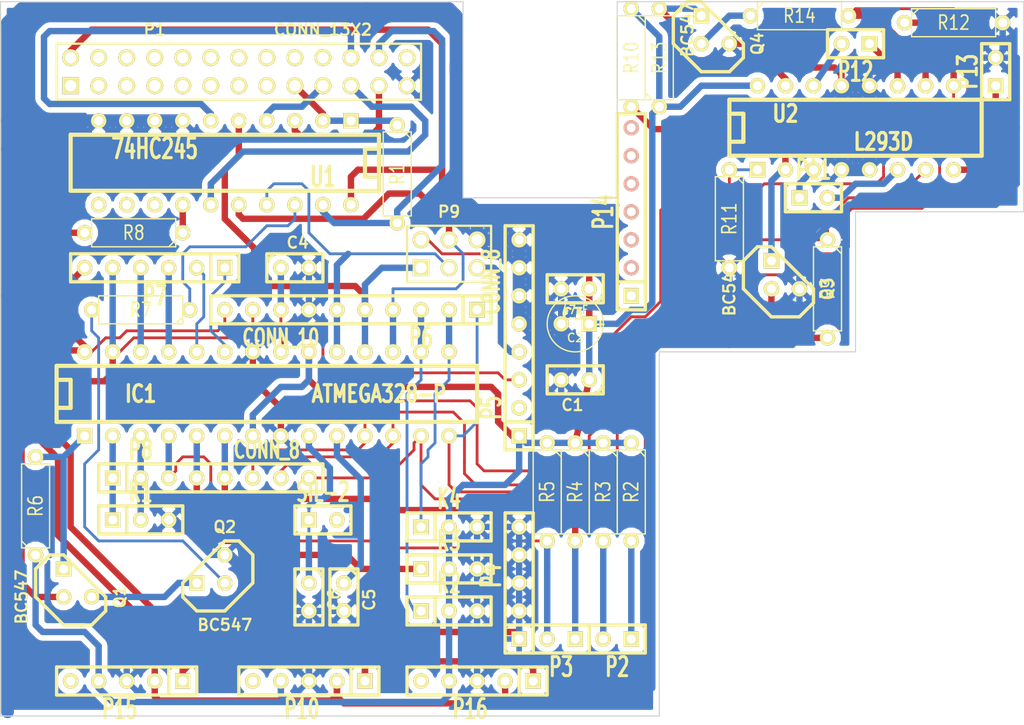
<source format=kicad_pcb>
(kicad_pcb (version 3) (host pcbnew "(2013-mar-13)-testing")
  (layers (15 F.Cu signal) (0 B.Cu signal) (18 B.Paste user) (19 F.Paste user) (20 B.SilkS user) (21 F.SilkS user) (22 B.Mask user) (23 F.Mask user) (28 Edge.Cuts user))
  (net 0 "")
  (net 1 /AN0)
  (net 2 /AN1)
  (net 3 /AN2)
  (net 4 /AN3)
  (net 5 /AN4)
  (net 6 /AN5)
  (net 7 /AREF)
  (net 8 /MISO)
  (net 9 /MOSI)
  (net 10 /Out1)
  (net 11 /Out2)
  (net 12 /Out3)
  (net 13 /Out4)
  (net 14 /PB0)
  (net 15 /PB1)
  (net 16 /PB2)
  (net 17 /PB5)
  (net 18 /RESET)
  (net 19 /RX)
  (net 20 /TX)
  (net 21 /Vs)
  (net 22 /d2)
  (net 23 /d3)
  (net 24 /d4)
  (net 25 /d5)
  (net 26 /d6)
  (net 27 /d7)
  (net 28 GND)
  (net 29 N-0000012)
  (net 30 N-0000015)
  (net 31 N-0000016)
  (net 32 N-0000017)
  (net 33 N-0000018)
  (net 34 N-0000020)
  (net 35 N-0000022)
  (net 36 N-0000025)
  (net 37 N-0000026)
  (net 38 N-0000027)
  (net 39 N-0000028)
  (net 40 N-0000029)
  (net 41 N-0000030)
  (net 42 N-0000031)
  (net 43 N-0000032)
  (net 44 N-0000033)
  (net 45 N-0000034)
  (net 46 N-0000036)
  (net 47 N-0000037)
  (net 48 N-0000038)
  (net 49 N-0000039)
  (net 50 N-0000040)
  (net 51 N-0000041)
  (net 52 N-0000042)
  (net 53 N-0000043)
  (net 54 N-0000044)
  (net 55 N-0000045)
  (net 56 N-0000046)
  (net 57 N-0000047)
  (net 58 N-0000048)
  (net 59 N-0000049)
  (net 60 N-0000050)
  (net 61 N-0000051)
  (net 62 N-0000052)
  (net 63 N-0000053)
  (net 64 N-0000055)
  (net 65 N-0000056)
  (net 66 N-0000057)
  (net 67 N-0000058)
  (net 68 N-0000059)
  (net 69 N-0000070)
  (net 70 N-0000071)
  (net 71 N-0000072)
  (net 72 N-0000073)
  (net 73 N-0000075)
  (net 74 N-0000076)
  (net 75 N-0000077)
  (net 76 N-0000078)
  (net 77 N-0000079)
  (net 78 N-0000082)
  (net 79 VCC)
  (module DIP-20__300 (layer F.Cu) (at 132.715 85.09 180)
    (fp_text reference U1 (at -8.89 -1.27 180) (layer F.SilkS) (effects (font (size 1.778 1.143) (thickness 0.3048))))
    (fp_text value 74HC245 (at 6.35 1.27 180) (layer F.SilkS) (effects (font (size 1.778 1.143) (thickness 0.3048))))
    (pad 1 thru_hole rect (at -11.43 3.81 180) (size 1.397 1.397) (drill 0.8128) (layers *.Cu *.Mask F.SilkS) (net 69 N-0000070))
    (pad 2 thru_hole circle (at -8.89 3.81 180) (size 1.397 1.397) (drill 0.8128) (layers *.Cu *.Mask F.SilkS) (net 69 N-0000070))
    (pad 3 thru_hole circle (at -6.35 3.81 180) (size 1.397 1.397) (drill 0.8128) (layers *.Cu *.Mask F.SilkS) (net 78 N-0000082))
    (pad 4 thru_hole circle (at -3.81 3.81 180) (size 1.397 1.397) (drill 0.8128) (layers *.Cu *.Mask F.SilkS) (net 77 N-0000079))
    (pad 5 thru_hole circle (at -1.27 3.81 180) (size 1.397 1.397) (drill 0.8128) (layers *.Cu *.Mask F.SilkS) (net 8 /MISO))
    (pad 6 thru_hole circle (at 1.27 3.81 180) (size 1.397 1.397) (drill 0.8128) (layers *.Cu *.Mask F.SilkS) (net 70 N-0000071))
    (pad 7 thru_hole circle (at 3.81 3.81 180) (size 1.397 1.397) (drill 0.8128) (layers *.Cu *.Mask F.SilkS) (net 28 GND))
    (pad 8 thru_hole circle (at 6.35 3.81 180) (size 1.397 1.397) (drill 0.8128) (layers *.Cu *.Mask F.SilkS) (net 28 GND))
    (pad 9 thru_hole circle (at 8.89 3.81 180) (size 1.397 1.397) (drill 0.8128) (layers *.Cu *.Mask F.SilkS) (net 28 GND))
    (pad 10 thru_hole circle (at 11.43 3.81 180) (size 1.397 1.397) (drill 0.8128) (layers *.Cu *.Mask F.SilkS) (net 28 GND))
    (pad 11 thru_hole circle (at 11.43 -3.81 180) (size 1.397 1.397) (drill 0.8128) (layers *.Cu *.Mask F.SilkS) (net 54 N-0000044))
    (pad 12 thru_hole circle (at 8.89 -3.81 180) (size 1.397 1.397) (drill 0.8128) (layers *.Cu *.Mask F.SilkS) (net 55 N-0000045))
    (pad 13 thru_hole circle (at 6.35 -3.81 180) (size 1.397 1.397) (drill 0.8128) (layers *.Cu *.Mask F.SilkS) (net 56 N-0000046))
    (pad 14 thru_hole circle (at 3.81 -3.81 180) (size 1.397 1.397) (drill 0.8128) (layers *.Cu *.Mask F.SilkS) (net 71 N-0000072))
    (pad 15 thru_hole circle (at 1.27 -3.81 180) (size 1.397 1.397) (drill 0.8128) (layers *.Cu *.Mask F.SilkS) (net 74 N-0000076))
    (pad 16 thru_hole circle (at -1.27 -3.81 180) (size 1.397 1.397) (drill 0.8128) (layers *.Cu *.Mask F.SilkS) (net 9 /MOSI))
    (pad 17 thru_hole circle (at -3.81 -3.81 180) (size 1.397 1.397) (drill 0.8128) (layers *.Cu *.Mask F.SilkS) (net 17 /PB5))
    (pad 18 thru_hole circle (at -6.35 -3.81 180) (size 1.397 1.397) (drill 0.8128) (layers *.Cu *.Mask F.SilkS) (net 72 N-0000073))
    (pad 19 thru_hole circle (at -8.89 -3.81 180) (size 1.397 1.397) (drill 0.8128) (layers *.Cu *.Mask F.SilkS) (net 66 N-0000057))
    (pad 20 thru_hole circle (at -11.43 -3.81 180) (size 1.397 1.397) (drill 0.8128) (layers *.Cu *.Mask F.SilkS) (net 79 VCC))
  )
  (module pin_array_13x2 (layer F.Cu) (at 133.985 76.835)
    (fp_text reference P1 (at -7.62 -3.81) (layer F.SilkS) (effects (font (size 1.016 1.016) (thickness 0.2032))))
    (fp_text value CONN_13X2 (at 7.62 -3.81) (layer F.SilkS) (effects (font (size 1.016 1.016) (thickness 0.2032))))
    (pad 1 thru_hole rect (at -15.24 1.27) (size 1.524 1.524) (drill 1.016) (layers *.Cu *.Mask F.SilkS) (net 42 N-0000031))
    (pad 2 thru_hole circle (at -15.24 -1.27) (size 1.524 1.524) (drill 1.016) (layers *.Cu *.Mask F.SilkS) (net 79 VCC))
    (pad 3 thru_hole circle (at -12.7 1.27) (size 1.524 1.524) (drill 1.016) (layers *.Cu *.Mask F.SilkS) (net 43 N-0000032))
    (pad 4 thru_hole circle (at -12.7 -1.27) (size 1.524 1.524) (drill 1.016) (layers *.Cu *.Mask F.SilkS) (net 37 N-0000026))
    (pad 5 thru_hole circle (at -10.16 1.27) (size 1.524 1.524) (drill 1.016) (layers *.Cu *.Mask F.SilkS) (net 44 N-0000033))
    (pad 6 thru_hole circle (at -10.16 -1.27) (size 1.524 1.524) (drill 1.016) (layers *.Cu *.Mask F.SilkS) (net 46 N-0000036))
    (pad 7 thru_hole circle (at -7.62 1.27) (size 1.524 1.524) (drill 1.016) (layers *.Cu *.Mask F.SilkS) (net 45 N-0000034))
    (pad 8 thru_hole circle (at -7.62 -1.27) (size 1.524 1.524) (drill 1.016) (layers *.Cu *.Mask F.SilkS) (net 63 N-0000053))
    (pad 9 thru_hole circle (at -5.08 1.27) (size 1.524 1.524) (drill 1.016) (layers *.Cu *.Mask F.SilkS) (net 41 N-0000030))
    (pad 10 thru_hole circle (at -5.08 -1.27) (size 1.524 1.524) (drill 1.016) (layers *.Cu *.Mask F.SilkS) (net 62 N-0000052))
    (pad 11 thru_hole circle (at -2.54 1.27) (size 1.524 1.524) (drill 1.016) (layers *.Cu *.Mask F.SilkS) (net 40 N-0000029))
    (pad 12 thru_hole circle (at -2.54 -1.27) (size 1.524 1.524) (drill 1.016) (layers *.Cu *.Mask F.SilkS) (net 61 N-0000051))
    (pad 13 thru_hole circle (at 0 1.27) (size 1.524 1.524) (drill 1.016) (layers *.Cu *.Mask F.SilkS) (net 39 N-0000028))
    (pad 14 thru_hole circle (at 0 -1.27) (size 1.524 1.524) (drill 1.016) (layers *.Cu *.Mask F.SilkS) (net 60 N-0000050))
    (pad 15 thru_hole circle (at 2.54 1.27) (size 1.524 1.524) (drill 1.016) (layers *.Cu *.Mask F.SilkS) (net 38 N-0000027))
    (pad 16 thru_hole circle (at 2.54 -1.27) (size 1.524 1.524) (drill 1.016) (layers *.Cu *.Mask F.SilkS) (net 59 N-0000049))
    (pad 17 thru_hole circle (at 5.08 1.27) (size 1.524 1.524) (drill 1.016) (layers *.Cu *.Mask F.SilkS) (net 69 N-0000070))
    (pad 18 thru_hole circle (at 5.08 -1.27) (size 1.524 1.524) (drill 1.016) (layers *.Cu *.Mask F.SilkS) (net 58 N-0000048))
    (pad 19 thru_hole circle (at 7.62 1.27) (size 1.524 1.524) (drill 1.016) (layers *.Cu *.Mask F.SilkS) (net 77 N-0000079))
    (pad 20 thru_hole circle (at 7.62 -1.27) (size 1.524 1.524) (drill 1.016) (layers *.Cu *.Mask F.SilkS) (net 57 N-0000047))
    (pad 21 thru_hole circle (at 10.16 1.27) (size 1.524 1.524) (drill 1.016) (layers *.Cu *.Mask F.SilkS) (net 74 N-0000076))
    (pad 22 thru_hole circle (at 10.16 -1.27) (size 1.524 1.524) (drill 1.016) (layers *.Cu *.Mask F.SilkS) (net 70 N-0000071))
    (pad 23 thru_hole circle (at 12.7 1.27) (size 1.524 1.524) (drill 1.016) (layers *.Cu *.Mask F.SilkS) (net 78 N-0000082))
    (pad 24 thru_hole circle (at 12.7 -1.27) (size 1.524 1.524) (drill 1.016) (layers *.Cu *.Mask F.SilkS) (net 66 N-0000057))
    (pad 25 thru_hole circle (at 15.24 1.27) (size 1.524 1.524) (drill 1.016) (layers *.Cu *.Mask F.SilkS) (net 28 GND))
    (pad 26 thru_hole circle (at 15.24 -1.27) (size 1.524 1.524) (drill 1.016) (layers *.Cu *.Mask F.SilkS) (net 47 N-0000037))
  )
  (module SIL-2 (layer F.Cu) (at 141.605 117.475)
    (fp_text reference SIL-2 (at 0 -2.54) (layer F.SilkS) (effects (font (size 1.72974 1.08712) (thickness 0.3048))))
    (fp_text value Val** hide)
    (pad 1 thru_hole rect (at -1.27 0) (size 1.397 1.397) (drill 0.8128) (layers *.Cu *.Mask F.SilkS))
    (pad 2 thru_hole circle (at 1.27 0) (size 1.397 1.397) (drill 0.8128) (layers *.Cu *.Mask F.SilkS))
  )
  (module SIL-5 (layer F.Cu) (at 122.555 132.08 180)
    (fp_text reference P15 (at -0.635 -2.54 180) (layer F.SilkS) (effects (font (size 1.72974 1.08712) (thickness 0.3048))))
    (fp_text value CONN_5 hide)
    (pad 1 thru_hole rect (at -6.35 0 180) (size 1.397 1.397) (drill 0.8128) (layers *.Cu *.Mask F.SilkS) (net 5 /AN4))
    (pad 2 thru_hole circle (at -3.81 0 180) (size 1.397 1.397) (drill 0.8128) (layers *.Cu *.Mask F.SilkS) (net 6 /AN5))
    (pad 3 thru_hole circle (at -1.27 0 180) (size 1.397 1.397) (drill 0.8128) (layers *.Cu *.Mask F.SilkS) (net 28 GND))
    (pad 4 thru_hole circle (at 1.27 0 180) (size 1.397 1.397) (drill 0.8128) (layers *.Cu *.Mask F.SilkS) (net 79 VCC))
    (pad 5 thru_hole circle (at 3.81 0 180) (size 1.397 1.397) (drill 0.8128) (layers *.Cu *.Mask F.SilkS) (net 36 N-0000025))
  )
  (module C1 (layer F.Cu) (at 164.465 104.775 180)
    (fp_text reference C1 (at 0.254 -2.286 180) (layer F.SilkS) (effects (font (size 1.016 1.016) (thickness 0.2032))))
    (fp_text value 0.1uF hide)
    (pad 1 thru_hole circle (at -1.27 0 180) (size 1.397 1.397) (drill 0.8128) (layers *.Cu *.Mask F.SilkS) (net 79 VCC))
    (pad 2 thru_hole circle (at 1.27 0 180) (size 1.397 1.397) (drill 0.8128) (layers *.Cu *.Mask F.SilkS) (net 28 GND))
  )
  (module C1V5 (layer F.Cu) (at 164.465 99.695 180)
    (fp_text reference C2 (at 0 -1.26746 180) (layer F.SilkS) (effects (font (size 0.762 0.762) (thickness 0.127))))
    (fp_text value 47uF (at 0 1.27 180) (layer F.SilkS) (effects (font (size 0.762 0.635) (thickness 0.127))))
    (fp_text user + (at -2.286 0 180) (layer F.SilkS) (effects (font (size 0.762 0.762) (thickness 0.2032))))
    (pad 1 thru_hole rect (at -1.27 0 180) (size 1.397 1.397) (drill 0.8128) (layers *.Cu *.Mask F.SilkS) (net 79 VCC))
    (pad 2 thru_hole circle (at 1.27 0 180) (size 1.397 1.397) (drill 0.8128) (layers *.Cu *.Mask F.SilkS) (net 28 GND))
  )
  (module C1 (layer F.Cu) (at 164.465 96.52 180)
    (fp_text reference C3 (at 0.254 -2.286 180) (layer F.SilkS) (effects (font (size 1.016 1.016) (thickness 0.2032))))
    (fp_text value 0.1uF hide)
    (pad 1 thru_hole circle (at -1.27 0 180) (size 1.397 1.397) (drill 0.8128) (layers *.Cu *.Mask F.SilkS) (net 79 VCC))
    (pad 2 thru_hole circle (at 1.27 0 180) (size 1.397 1.397) (drill 0.8128) (layers *.Cu *.Mask F.SilkS) (net 28 GND))
  )
  (module C1 (layer F.Cu) (at 139.065 94.615)
    (fp_text reference C4 (at 0.254 -2.286) (layer F.SilkS) (effects (font (size 1.016 1.016) (thickness 0.2032))))
    (fp_text value 0.01uF hide)
    (pad 1 thru_hole circle (at -1.27 0) (size 1.397 1.397) (drill 0.8128) (layers *.Cu *.Mask F.SilkS) (net 7 /AREF))
    (pad 2 thru_hole circle (at 1.27 0) (size 1.397 1.397) (drill 0.8128) (layers *.Cu *.Mask F.SilkS) (net 28 GND))
  )
  (module C1 (layer F.Cu) (at 143.51 124.46 270)
    (fp_text reference C5 (at 0.254 -2.286 270) (layer F.SilkS) (effects (font (size 1.016 1.016) (thickness 0.2032))))
    (fp_text value 22pF hide)
    (pad 1 thru_hole circle (at -1.27 0 270) (size 1.397 1.397) (drill 0.8128) (layers *.Cu *.Mask F.SilkS) (net 73 N-0000075))
    (pad 2 thru_hole circle (at 1.27 0 270) (size 1.397 1.397) (drill 0.8128) (layers *.Cu *.Mask F.SilkS) (net 28 GND))
  )
  (module C1 (layer F.Cu) (at 140.335 124.46 270)
    (fp_text reference C6 (at 0.254 -2.286 270) (layer F.SilkS) (effects (font (size 1.016 1.016) (thickness 0.2032))))
    (fp_text value 22pF hide)
    (pad 1 thru_hole circle (at -1.27 0 270) (size 1.397 1.397) (drill 0.8128) (layers *.Cu *.Mask F.SilkS) (net 64 N-0000055))
    (pad 2 thru_hole circle (at 1.27 0 270) (size 1.397 1.397) (drill 0.8128) (layers *.Cu *.Mask F.SilkS) (net 28 GND))
  )
  (module DIP-28__300 (layer F.Cu) (at 136.525 106.045)
    (fp_text reference IC1 (at -11.43 0) (layer F.SilkS) (effects (font (size 1.524 1.143) (thickness 0.3048))))
    (fp_text value ATMEGA328-P (at 10.16 0) (layer F.SilkS) (effects (font (size 1.524 1.143) (thickness 0.3048))))
    (pad 2 thru_hole circle (at -13.97 3.81) (size 1.397 1.397) (drill 0.8128) (layers *.Cu *.Mask F.SilkS) (net 19 /RX))
    (pad 3 thru_hole circle (at -11.43 3.81) (size 1.397 1.397) (drill 0.8128) (layers *.Cu *.Mask F.SilkS) (net 20 /TX))
    (pad 4 thru_hole circle (at -8.89 3.81) (size 1.397 1.397) (drill 0.8128) (layers *.Cu *.Mask F.SilkS) (net 22 /d2))
    (pad 5 thru_hole circle (at -6.35 3.81) (size 1.397 1.397) (drill 0.8128) (layers *.Cu *.Mask F.SilkS) (net 23 /d3))
    (pad 6 thru_hole circle (at -3.81 3.81) (size 1.397 1.397) (drill 0.8128) (layers *.Cu *.Mask F.SilkS) (net 24 /d4))
    (pad 7 thru_hole circle (at -1.27 3.81) (size 1.397 1.397) (drill 0.8128) (layers *.Cu *.Mask F.SilkS) (net 79 VCC))
    (pad 8 thru_hole circle (at 1.27 3.81) (size 1.397 1.397) (drill 0.8128) (layers *.Cu *.Mask F.SilkS) (net 28 GND))
    (pad 9 thru_hole circle (at 3.81 3.81) (size 1.397 1.397) (drill 0.8128) (layers *.Cu *.Mask F.SilkS) (net 64 N-0000055))
    (pad 10 thru_hole circle (at 6.35 3.81) (size 1.397 1.397) (drill 0.8128) (layers *.Cu *.Mask F.SilkS) (net 73 N-0000075))
    (pad 11 thru_hole circle (at 8.89 3.81) (size 1.397 1.397) (drill 0.8128) (layers *.Cu *.Mask F.SilkS) (net 25 /d5))
    (pad 12 thru_hole circle (at 11.43 3.81) (size 1.397 1.397) (drill 0.8128) (layers *.Cu *.Mask F.SilkS) (net 26 /d6))
    (pad 13 thru_hole circle (at 13.97 3.81) (size 1.397 1.397) (drill 0.8128) (layers *.Cu *.Mask F.SilkS) (net 27 /d7))
    (pad 14 thru_hole circle (at 16.51 3.81) (size 1.397 1.397) (drill 0.8128) (layers *.Cu *.Mask F.SilkS) (net 14 /PB0))
    (pad 1 thru_hole rect (at -16.51 3.81) (size 1.397 1.397) (drill 0.8128) (layers *.Cu *.Mask F.SilkS) (net 18 /RESET))
    (pad 15 thru_hole circle (at 16.51 -3.81) (size 1.397 1.397) (drill 0.8128) (layers *.Cu *.Mask F.SilkS) (net 15 /PB1))
    (pad 16 thru_hole circle (at 13.97 -3.81) (size 1.397 1.397) (drill 0.8128) (layers *.Cu *.Mask F.SilkS) (net 16 /PB2))
    (pad 17 thru_hole circle (at 11.43 -3.81) (size 1.397 1.397) (drill 0.8128) (layers *.Cu *.Mask F.SilkS) (net 9 /MOSI))
    (pad 18 thru_hole circle (at 8.89 -3.81) (size 1.397 1.397) (drill 0.8128) (layers *.Cu *.Mask F.SilkS) (net 8 /MISO))
    (pad 19 thru_hole circle (at 6.35 -3.81) (size 1.397 1.397) (drill 0.8128) (layers *.Cu *.Mask F.SilkS) (net 17 /PB5))
    (pad 20 thru_hole circle (at 3.81 -3.81) (size 1.397 1.397) (drill 0.8128) (layers *.Cu *.Mask F.SilkS) (net 79 VCC))
    (pad 21 thru_hole circle (at 1.27 -3.81) (size 1.397 1.397) (drill 0.8128) (layers *.Cu *.Mask F.SilkS) (net 7 /AREF))
    (pad 22 thru_hole circle (at -1.27 -3.81) (size 1.397 1.397) (drill 0.8128) (layers *.Cu *.Mask F.SilkS) (net 28 GND))
    (pad 23 thru_hole circle (at -3.81 -3.81) (size 1.397 1.397) (drill 0.8128) (layers *.Cu *.Mask F.SilkS) (net 1 /AN0))
    (pad 24 thru_hole circle (at -6.35 -3.81) (size 1.397 1.397) (drill 0.8128) (layers *.Cu *.Mask F.SilkS) (net 2 /AN1))
    (pad 25 thru_hole circle (at -8.89 -3.81) (size 1.397 1.397) (drill 0.8128) (layers *.Cu *.Mask F.SilkS) (net 3 /AN2))
    (pad 26 thru_hole circle (at -11.43 -3.81) (size 1.397 1.397) (drill 0.8128) (layers *.Cu *.Mask F.SilkS) (net 4 /AN3))
    (pad 27 thru_hole circle (at -13.97 -3.81) (size 1.397 1.397) (drill 0.8128) (layers *.Cu *.Mask F.SilkS) (net 5 /AN4))
    (pad 28 thru_hole circle (at -16.51 -3.81) (size 1.397 1.397) (drill 0.8128) (layers *.Cu *.Mask F.SilkS) (net 6 /AN5))
  )
  (module SIL-3 (layer F.Cu) (at 125.095 117.475)
    (fp_text reference K1 (at 0 -2.54) (layer F.SilkS) (effects (font (size 1.7907 1.07696) (thickness 0.3048))))
    (fp_text value CONN_3 hide)
    (pad 1 thru_hole rect (at -2.54 0) (size 1.397 1.397) (drill 0.8128) (layers *.Cu *.Mask F.SilkS) (net 19 /RX))
    (pad 2 thru_hole circle (at 0 0) (size 1.397 1.397) (drill 0.8128) (layers *.Cu *.Mask F.SilkS) (net 20 /TX))
    (pad 3 thru_hole circle (at 2.54 0) (size 1.397 1.397) (drill 0.8128) (layers *.Cu *.Mask F.SilkS) (net 28 GND))
  )
  (module SIL-3 (layer F.Cu) (at 153.035 125.73)
    (fp_text reference K2 (at 0 -2.54) (layer F.SilkS) (effects (font (size 1.7907 1.07696) (thickness 0.3048))))
    (fp_text value CONN_3 hide)
    (pad 1 thru_hole rect (at -2.54 0) (size 1.397 1.397) (drill 0.8128) (layers *.Cu *.Mask F.SilkS) (net 16 /PB2))
    (pad 2 thru_hole circle (at 0 0) (size 1.397 1.397) (drill 0.8128) (layers *.Cu *.Mask F.SilkS) (net 79 VCC))
    (pad 3 thru_hole circle (at 2.54 0) (size 1.397 1.397) (drill 0.8128) (layers *.Cu *.Mask F.SilkS) (net 28 GND))
  )
  (module SIL-3 (layer F.Cu) (at 153.035 121.92)
    (fp_text reference K3 (at 0 -2.54) (layer F.SilkS) (effects (font (size 1.7907 1.07696) (thickness 0.3048))))
    (fp_text value CONN_3 hide)
    (pad 1 thru_hole rect (at -2.54 0) (size 1.397 1.397) (drill 0.8128) (layers *.Cu *.Mask F.SilkS) (net 23 /d3))
    (pad 2 thru_hole circle (at 0 0) (size 1.397 1.397) (drill 0.8128) (layers *.Cu *.Mask F.SilkS) (net 79 VCC))
    (pad 3 thru_hole circle (at 2.54 0) (size 1.397 1.397) (drill 0.8128) (layers *.Cu *.Mask F.SilkS) (net 28 GND))
  )
  (module SIL-3 (layer F.Cu) (at 153.035 118.11)
    (fp_text reference K4 (at 0 -2.54) (layer F.SilkS) (effects (font (size 1.7907 1.07696) (thickness 0.3048))))
    (fp_text value CONN_3 hide)
    (pad 1 thru_hole rect (at -2.54 0) (size 1.397 1.397) (drill 0.8128) (layers *.Cu *.Mask F.SilkS) (net 15 /PB1))
    (pad 2 thru_hole circle (at 0 0) (size 1.397 1.397) (drill 0.8128) (layers *.Cu *.Mask F.SilkS) (net 79 VCC))
    (pad 3 thru_hole circle (at 2.54 0) (size 1.397 1.397) (drill 0.8128) (layers *.Cu *.Mask F.SilkS) (net 28 GND))
  )
  (module SIL-2 (layer F.Cu) (at 168.275 128.27 180)
    (fp_text reference P2 (at 0 -2.54 180) (layer F.SilkS) (effects (font (size 1.72974 1.08712) (thickness 0.3048))))
    (fp_text value CONN_2 hide)
    (pad 1 thru_hole rect (at -1.27 0 180) (size 1.397 1.397) (drill 0.8128) (layers *.Cu *.Mask F.SilkS) (net 32 N-0000017))
    (pad 2 thru_hole circle (at 1.27 0 180) (size 1.397 1.397) (drill 0.8128) (layers *.Cu *.Mask F.SilkS) (net 33 N-0000018))
  )
  (module SIL-2 (layer F.Cu) (at 163.195 128.27 180)
    (fp_text reference P3 (at 0 -2.54 180) (layer F.SilkS) (effects (font (size 1.72974 1.08712) (thickness 0.3048))))
    (fp_text value CONN_2 hide)
    (pad 1 thru_hole rect (at -1.27 0 180) (size 1.397 1.397) (drill 0.8128) (layers *.Cu *.Mask F.SilkS) (net 24 /d4))
    (pad 2 thru_hole circle (at 1.27 0 180) (size 1.397 1.397) (drill 0.8128) (layers *.Cu *.Mask F.SilkS) (net 22 /d2))
  )
  (module SIL-5 (layer F.Cu) (at 159.385 121.92 90)
    (fp_text reference P4 (at -0.635 -2.54 90) (layer F.SilkS) (effects (font (size 1.72974 1.08712) (thickness 0.3048))))
    (fp_text value CONN_5 hide)
    (pad 1 thru_hole rect (at -6.35 0 90) (size 1.397 1.397) (drill 0.8128) (layers *.Cu *.Mask F.SilkS) (net 28 GND))
    (pad 2 thru_hole circle (at -3.81 0 90) (size 1.397 1.397) (drill 0.8128) (layers *.Cu *.Mask F.SilkS) (net 28 GND))
    (pad 3 thru_hole circle (at -1.27 0 90) (size 1.397 1.397) (drill 0.8128) (layers *.Cu *.Mask F.SilkS) (net 28 GND))
    (pad 4 thru_hole circle (at 1.27 0 90) (size 1.397 1.397) (drill 0.8128) (layers *.Cu *.Mask F.SilkS) (net 28 GND))
    (pad 5 thru_hole circle (at 3.81 0 90) (size 1.397 1.397) (drill 0.8128) (layers *.Cu *.Mask F.SilkS) (net 28 GND))
  )
  (module SIL-8 (layer F.Cu) (at 159.385 100.965 90)
    (fp_text reference P5 (at -6.35 -2.54 90) (layer F.SilkS) (effects (font (size 1.72974 1.08712) (thickness 0.3048))))
    (fp_text value CONN_8 (at 5.08 -2.54 90) (layer F.SilkS) (effects (font (size 1.524 1.016) (thickness 0.3048))))
    (pad 1 thru_hole rect (at -8.89 0 90) (size 1.397 1.397) (drill 0.8128) (layers *.Cu *.Mask F.SilkS) (net 79 VCC))
    (pad 2 thru_hole circle (at -6.35 0 90) (size 1.397 1.397) (drill 0.8128) (layers *.Cu *.Mask F.SilkS) (net 69 N-0000070))
    (pad 3 thru_hole circle (at -3.81 0 90) (size 1.397 1.397) (drill 0.8128) (layers *.Cu *.Mask F.SilkS) (net 7 /AREF))
    (pad 4 thru_hole circle (at -1.27 0 90) (size 1.397 1.397) (drill 0.8128) (layers *.Cu *.Mask F.SilkS) (net 18 /RESET))
    (pad 5 thru_hole circle (at 1.27 0 90) (size 1.397 1.397) (drill 0.8128) (layers *.Cu *.Mask F.SilkS) (net 28 GND))
    (pad 6 thru_hole circle (at 3.81 0 90) (size 1.397 1.397) (drill 0.8128) (layers *.Cu *.Mask F.SilkS) (net 28 GND))
    (pad 7 thru_hole circle (at 6.35 0 90) (size 1.397 1.397) (drill 0.8128) (layers *.Cu *.Mask F.SilkS) (net 28 GND))
    (pad 8 thru_hole circle (at 8.89 0 90) (size 1.397 1.397) (drill 0.8128) (layers *.Cu *.Mask F.SilkS) (net 28 GND))
  )
  (module SIL-10 (layer F.Cu) (at 144.145 98.425 180)
    (fp_text reference P6 (at -6.35 -2.54 180) (layer F.SilkS) (effects (font (size 1.72974 1.08712) (thickness 0.3048))))
    (fp_text value CONN_10 (at 6.35 -2.54 180) (layer F.SilkS) (effects (font (size 1.524 1.016) (thickness 0.3048))))
    (pad 1 thru_hole rect (at -11.43 0 180) (size 1.397 1.397) (drill 0.8128) (layers *.Cu *.Mask F.SilkS) (net 14 /PB0))
    (pad 2 thru_hole circle (at -8.89 0 180) (size 1.397 1.397) (drill 0.8128) (layers *.Cu *.Mask F.SilkS) (net 15 /PB1))
    (pad 3 thru_hole circle (at -6.35 0 180) (size 1.397 1.397) (drill 0.8128) (layers *.Cu *.Mask F.SilkS) (net 16 /PB2))
    (pad 4 thru_hole circle (at -3.81 0 180) (size 1.397 1.397) (drill 0.8128) (layers *.Cu *.Mask F.SilkS) (net 9 /MOSI))
    (pad 5 thru_hole circle (at -1.27 0 180) (size 1.397 1.397) (drill 0.8128) (layers *.Cu *.Mask F.SilkS) (net 8 /MISO))
    (pad 6 thru_hole circle (at 1.27 0 180) (size 1.397 1.397) (drill 0.8128) (layers *.Cu *.Mask F.SilkS) (net 17 /PB5))
    (pad 7 thru_hole circle (at 3.81 0 180) (size 1.397 1.397) (drill 0.8128) (layers *.Cu *.Mask F.SilkS) (net 28 GND))
    (pad 8 thru_hole circle (at 6.35 0 180) (size 1.397 1.397) (drill 0.8128) (layers *.Cu *.Mask F.SilkS) (net 7 /AREF))
    (pad 9 thru_hole circle (at 8.89 0 180) (size 1.397 1.397) (drill 0.8128) (layers *.Cu *.Mask F.SilkS) (net 5 /AN4))
    (pad 10 thru_hole circle (at 11.43 0 180) (size 1.397 1.397) (drill 0.8128) (layers *.Cu *.Mask F.SilkS) (net 6 /AN5))
  )
  (module SIL-6 (layer F.Cu) (at 126.365 94.615 180)
    (fp_text reference P7 (at 0 -2.54 180) (layer F.SilkS) (effects (font (size 1.72974 1.08712) (thickness 0.3048))))
    (fp_text value CONN_6 hide)
    (pad 1 thru_hole rect (at -6.35 0 180) (size 1.397 1.397) (drill 0.8128) (layers *.Cu *.Mask F.SilkS) (net 1 /AN0))
    (pad 2 thru_hole circle (at -3.81 0 180) (size 1.397 1.397) (drill 0.8128) (layers *.Cu *.Mask F.SilkS) (net 2 /AN1))
    (pad 3 thru_hole circle (at -1.27 0 180) (size 1.397 1.397) (drill 0.8128) (layers *.Cu *.Mask F.SilkS) (net 3 /AN2))
    (pad 4 thru_hole circle (at 1.27 0 180) (size 1.397 1.397) (drill 0.8128) (layers *.Cu *.Mask F.SilkS) (net 4 /AN3))
    (pad 5 thru_hole circle (at 3.81 0 180) (size 1.397 1.397) (drill 0.8128) (layers *.Cu *.Mask F.SilkS) (net 5 /AN4))
    (pad 6 thru_hole circle (at 6.35 0 180) (size 1.397 1.397) (drill 0.8128) (layers *.Cu *.Mask F.SilkS) (net 6 /AN5))
  )
  (module SIL-8 (layer F.Cu) (at 131.445 113.665)
    (fp_text reference P8 (at -6.35 -2.54) (layer F.SilkS) (effects (font (size 1.72974 1.08712) (thickness 0.3048))))
    (fp_text value CONN_8 (at 5.08 -2.54) (layer F.SilkS) (effects (font (size 1.524 1.016) (thickness 0.3048))))
    (pad 1 thru_hole rect (at -8.89 0) (size 1.397 1.397) (drill 0.8128) (layers *.Cu *.Mask F.SilkS) (net 19 /RX))
    (pad 2 thru_hole circle (at -6.35 0) (size 1.397 1.397) (drill 0.8128) (layers *.Cu *.Mask F.SilkS) (net 20 /TX))
    (pad 3 thru_hole circle (at -3.81 0) (size 1.397 1.397) (drill 0.8128) (layers *.Cu *.Mask F.SilkS) (net 22 /d2))
    (pad 4 thru_hole circle (at -1.27 0) (size 1.397 1.397) (drill 0.8128) (layers *.Cu *.Mask F.SilkS) (net 23 /d3))
    (pad 5 thru_hole circle (at 1.27 0) (size 1.397 1.397) (drill 0.8128) (layers *.Cu *.Mask F.SilkS) (net 24 /d4))
    (pad 6 thru_hole circle (at 3.81 0) (size 1.397 1.397) (drill 0.8128) (layers *.Cu *.Mask F.SilkS) (net 25 /d5))
    (pad 7 thru_hole circle (at 6.35 0) (size 1.397 1.397) (drill 0.8128) (layers *.Cu *.Mask F.SilkS) (net 26 /d6))
    (pad 8 thru_hole circle (at 8.89 0) (size 1.397 1.397) (drill 0.8128) (layers *.Cu *.Mask F.SilkS) (net 27 /d7))
  )
  (module pin_array_3x2 (layer F.Cu) (at 153.035 93.345)
    (fp_text reference P9 (at 0 -3.81) (layer F.SilkS) (effects (font (size 1.016 1.016) (thickness 0.2032))))
    (fp_text value CONN_3X2 hide)
    (pad 1 thru_hole rect (at -2.54 1.27) (size 1.524 1.524) (drill 1.016) (layers *.Cu *.Mask F.SilkS) (net 8 /MISO))
    (pad 2 thru_hole circle (at -2.54 -1.27) (size 1.524 1.524) (drill 1.016) (layers *.Cu *.Mask F.SilkS) (net 79 VCC))
    (pad 3 thru_hole circle (at 0 1.27) (size 1.524 1.524) (drill 1.016) (layers *.Cu *.Mask F.SilkS) (net 17 /PB5))
    (pad 4 thru_hole circle (at 0 -1.27) (size 1.524 1.524) (drill 1.016) (layers *.Cu *.Mask F.SilkS) (net 9 /MOSI))
    (pad 5 thru_hole circle (at 2.54 1.27) (size 1.524 1.524) (drill 1.016) (layers *.Cu *.Mask F.SilkS) (net 18 /RESET))
    (pad 6 thru_hole circle (at 2.54 -1.27) (size 1.524 1.524) (drill 1.016) (layers *.Cu *.Mask F.SilkS) (net 28 GND))
  )
  (module SIL-5 (layer F.Cu) (at 139.065 132.08 180)
    (fp_text reference P10 (at -0.635 -2.54 180) (layer F.SilkS) (effects (font (size 1.72974 1.08712) (thickness 0.3048))))
    (fp_text value CONN_5 hide)
    (pad 1 thru_hole rect (at -6.35 0 180) (size 1.397 1.397) (drill 0.8128) (layers *.Cu *.Mask F.SilkS) (net 5 /AN4))
    (pad 2 thru_hole circle (at -3.81 0 180) (size 1.397 1.397) (drill 0.8128) (layers *.Cu *.Mask F.SilkS) (net 6 /AN5))
    (pad 3 thru_hole circle (at -1.27 0 180) (size 1.397 1.397) (drill 0.8128) (layers *.Cu *.Mask F.SilkS) (net 28 GND))
    (pad 4 thru_hole circle (at 1.27 0 180) (size 1.397 1.397) (drill 0.8128) (layers *.Cu *.Mask F.SilkS) (net 79 VCC))
    (pad 5 thru_hole circle (at 3.81 0 180) (size 1.397 1.397) (drill 0.8128) (layers *.Cu *.Mask F.SilkS) (net 48 N-0000038))
  )
  (module SIL-2 (layer F.Cu) (at 186.055 88.265)
    (fp_text reference P11 (at 0 -2.54) (layer F.SilkS) (effects (font (size 1.72974 1.08712) (thickness 0.3048))))
    (fp_text value CONN_2 hide)
    (pad 1 thru_hole rect (at -1.27 0) (size 1.397 1.397) (drill 0.8128) (layers *.Cu *.Mask F.SilkS) (net 10 /Out1))
    (pad 2 thru_hole circle (at 1.27 0) (size 1.397 1.397) (drill 0.8128) (layers *.Cu *.Mask F.SilkS) (net 11 /Out2))
  )
  (module SIL-2 (layer F.Cu) (at 189.865 74.295 180)
    (fp_text reference P12 (at 0 -2.54 180) (layer F.SilkS) (effects (font (size 1.72974 1.08712) (thickness 0.3048))))
    (fp_text value CONN_2 hide)
    (pad 1 thru_hole rect (at -1.27 0 180) (size 1.397 1.397) (drill 0.8128) (layers *.Cu *.Mask F.SilkS) (net 12 /Out3))
    (pad 2 thru_hole circle (at 1.27 0 180) (size 1.397 1.397) (drill 0.8128) (layers *.Cu *.Mask F.SilkS) (net 13 /Out4))
  )
  (module SIL-2 (layer F.Cu) (at 202.565 76.835 90)
    (fp_text reference P13 (at 0 -2.54 90) (layer F.SilkS) (effects (font (size 1.72974 1.08712) (thickness 0.3048))))
    (fp_text value CONN_2 hide)
    (pad 1 thru_hole rect (at -1.27 0 90) (size 1.397 1.397) (drill 0.8128) (layers *.Cu *.Mask F.SilkS) (net 21 /Vs))
    (pad 2 thru_hole circle (at 1.27 0 90) (size 1.397 1.397) (drill 0.8128) (layers *.Cu *.Mask F.SilkS) (net 28 GND))
  )
  (module SIL-7 (layer F.Cu) (at 169.545 89.535 90)
    (fp_text reference P14 (at 0 -2.54 90) (layer F.SilkS) (effects (font (size 1.72974 1.08712) (thickness 0.3048))))
    (fp_text value CONN_7 hide)
    (pad 1 thru_hole rect (at -7.62 0 90) (size 1.397 1.397) (drill 0.8128) (layers *.Cu *.Mask F.SilkS) (net 31 N-0000016))
    (pad 2 thru_hole circle (at -5.08 0 90) (size 1.397 1.397) (drill 0.8128) (layers *.Cu *.SilkS *.Mask) (net 34 N-0000020))
    (pad 3 thru_hole circle (at -2.54 0 90) (size 1.397 1.397) (drill 0.8128) (layers *.Cu *.SilkS *.Mask) (net 49 N-0000039))
    (pad 4 thru_hole circle (at 0 0 90) (size 1.397 1.397) (drill 0.8128) (layers *.Cu *.SilkS *.Mask) (net 50 N-0000040))
    (pad 5 thru_hole circle (at 2.54 0 90) (size 1.397 1.397) (drill 0.8128) (layers *.Cu *.SilkS *.Mask) (net 51 N-0000041))
    (pad 6 thru_hole circle (at 5.08 0 90) (size 1.397 1.397) (drill 0.8128) (layers *.Cu *.SilkS *.Mask) (net 52 N-0000042))
    (pad 7 thru_hole circle (at 7.62 0 90) (size 1.397 1.397) (drill 0.8128) (layers *.Cu *.SilkS *.Mask) (net 53 N-0000043))
  )
  (module SIL-5 (layer F.Cu) (at 154.305 132.08 180)
    (fp_text reference P16 (at -0.635 -2.54 180) (layer F.SilkS) (effects (font (size 1.72974 1.08712) (thickness 0.3048))))
    (fp_text value CONN_5 hide)
    (pad 1 thru_hole rect (at -6.35 0 180) (size 1.397 1.397) (drill 0.8128) (layers *.Cu *.Mask F.SilkS) (net 5 /AN4))
    (pad 2 thru_hole circle (at -3.81 0 180) (size 1.397 1.397) (drill 0.8128) (layers *.Cu *.Mask F.SilkS) (net 6 /AN5))
    (pad 3 thru_hole circle (at -1.27 0 180) (size 1.397 1.397) (drill 0.8128) (layers *.Cu *.Mask F.SilkS) (net 28 GND))
    (pad 4 thru_hole circle (at 1.27 0 180) (size 1.397 1.397) (drill 0.8128) (layers *.Cu *.Mask F.SilkS) (net 79 VCC))
    (pad 5 thru_hole circle (at 3.81 0 180) (size 1.397 1.397) (drill 0.8128) (layers *.Cu *.Mask F.SilkS) (net 30 N-0000015))
  )
  (module TO92 (layer F.Cu) (at 119.38 123.19 90)
    (fp_text reference Q1 (at -1.27 3.81 90) (layer F.SilkS) (effects (font (size 1.016 1.016) (thickness 0.2032))))
    (fp_text value BC547 (at -1.27 -5.08 90) (layer F.SilkS) (effects (font (size 1.016 1.016) (thickness 0.2032))))
    (pad 1 thru_hole rect (at 1.27 -1.27 90) (size 1.397 1.397) (drill 0.8128) (layers *.Cu *.Mask F.SilkS) (net 18 /RESET))
    (pad 2 thru_hole circle (at -1.27 -1.27 90) (size 1.397 1.397) (drill 0.8128) (layers *.Cu *.Mask F.SilkS) (net 68 N-0000059))
    (pad 3 thru_hole circle (at -1.27 1.27 90) (size 1.397 1.397) (drill 0.8128) (layers *.Cu *.Mask F.SilkS) (net 67 N-0000058))
  )
  (module TO92 (layer F.Cu) (at 131.445 121.92 180)
    (fp_text reference Q2 (at -1.27 3.81 180) (layer F.SilkS) (effects (font (size 1.016 1.016) (thickness 0.2032))))
    (fp_text value BC547 (at -1.27 -5.08 180) (layer F.SilkS) (effects (font (size 1.016 1.016) (thickness 0.2032))))
    (pad 1 thru_hole rect (at 1.27 -1.27 180) (size 1.397 1.397) (drill 0.8128) (layers *.Cu *.Mask F.SilkS) (net 67 N-0000058))
    (pad 2 thru_hole circle (at -1.27 -1.27 180) (size 1.397 1.397) (drill 0.8128) (layers *.Cu *.Mask F.SilkS) (net 65 N-0000056))
    (pad 3 thru_hole circle (at -1.27 1.27 180) (size 1.397 1.397) (drill 0.8128) (layers *.Cu *.Mask F.SilkS) (net 28 GND))
  )
  (module TO92 (layer F.Cu) (at 183.515 95.25 90)
    (fp_text reference Q3 (at -1.27 3.81 90) (layer F.SilkS) (effects (font (size 1.016 1.016) (thickness 0.2032))))
    (fp_text value BC547 (at -1.27 -5.08 90) (layer F.SilkS) (effects (font (size 1.016 1.016) (thickness 0.2032))))
    (pad 1 thru_hole rect (at 1.27 -1.27 90) (size 1.397 1.397) (drill 0.8128) (layers *.Cu *.Mask F.SilkS) (net 75 N-0000077))
    (pad 2 thru_hole circle (at -1.27 -1.27 90) (size 1.397 1.397) (drill 0.8128) (layers *.Cu *.Mask F.SilkS) (net 29 N-0000012))
    (pad 3 thru_hole circle (at -1.27 1.27 90) (size 1.397 1.397) (drill 0.8128) (layers *.Cu *.Mask F.SilkS) (net 28 GND))
  )
  (module TO92 (layer F.Cu) (at 177.165 73.025 90)
    (fp_text reference Q4 (at -1.27 3.81 90) (layer F.SilkS) (effects (font (size 1.016 1.016) (thickness 0.2032))))
    (fp_text value BC547 (at 0 -2.54 90) (layer F.SilkS) (effects (font (size 1.016 1.016) (thickness 0.2032))))
    (pad 1 thru_hole rect (at 1.27 -1.27 90) (size 1.397 1.397) (drill 0.8128) (layers *.Cu *.Mask F.SilkS) (net 76 N-0000078))
    (pad 2 thru_hole circle (at -1.27 -1.27 90) (size 1.397 1.397) (drill 0.8128) (layers *.Cu *.Mask F.SilkS) (net 35 N-0000022))
    (pad 3 thru_hole circle (at -1.27 1.27 90) (size 1.397 1.397) (drill 0.8128) (layers *.Cu *.Mask F.SilkS) (net 28 GND))
  )
  (module R3-5 (layer F.Cu) (at 148.336 86.106 270)
    (fp_text reference R1 (at 0 0 270) (layer F.SilkS) (effects (font (size 1.27 1.016) (thickness 0.1524))))
    (fp_text value 10K hide)
    (pad 1 thru_hole circle (at -4.445 0 270) (size 1.397 1.397) (drill 0.8128) (layers *.Cu *.Mask F.SilkS) (net 69 N-0000070))
    (pad 2 thru_hole circle (at 4.445 0 270) (size 1.397 1.397) (drill 0.8128) (layers *.Cu *.Mask F.SilkS) (net 66 N-0000057))
  )
  (module R3-5 (layer F.Cu) (at 169.545 114.935 270)
    (fp_text reference R2 (at 0 0 270) (layer F.SilkS) (effects (font (size 1.27 1.016) (thickness 0.1524))))
    (fp_text value 510E hide)
    (pad 1 thru_hole circle (at -4.445 0 270) (size 1.397 1.397) (drill 0.8128) (layers *.Cu *.Mask F.SilkS) (net 79 VCC))
    (pad 2 thru_hole circle (at 4.445 0 270) (size 1.397 1.397) (drill 0.8128) (layers *.Cu *.Mask F.SilkS) (net 32 N-0000017))
  )
  (module R3-5 (layer F.Cu) (at 167.005 114.935 270)
    (fp_text reference R3 (at 0 0 270) (layer F.SilkS) (effects (font (size 1.27 1.016) (thickness 0.1524))))
    (fp_text value 510E hide)
    (pad 1 thru_hole circle (at -4.445 0 270) (size 1.397 1.397) (drill 0.8128) (layers *.Cu *.Mask F.SilkS) (net 79 VCC))
    (pad 2 thru_hole circle (at 4.445 0 270) (size 1.397 1.397) (drill 0.8128) (layers *.Cu *.Mask F.SilkS) (net 33 N-0000018))
  )
  (module R3-5 (layer F.Cu) (at 164.465 114.935 270)
    (fp_text reference R4 (at 0 0 270) (layer F.SilkS) (effects (font (size 1.27 1.016) (thickness 0.1524))))
    (fp_text value 10K hide)
    (pad 1 thru_hole circle (at -4.445 0 270) (size 1.397 1.397) (drill 0.8128) (layers *.Cu *.Mask F.SilkS) (net 79 VCC))
    (pad 2 thru_hole circle (at 4.445 0 270) (size 1.397 1.397) (drill 0.8128) (layers *.Cu *.Mask F.SilkS) (net 24 /d4))
  )
  (module R3-5 (layer F.Cu) (at 161.925 114.935 270)
    (fp_text reference R5 (at 0 0 270) (layer F.SilkS) (effects (font (size 1.27 1.016) (thickness 0.1524))))
    (fp_text value 10K hide)
    (pad 1 thru_hole circle (at -4.445 0 270) (size 1.397 1.397) (drill 0.8128) (layers *.Cu *.Mask F.SilkS) (net 79 VCC))
    (pad 2 thru_hole circle (at 4.445 0 270) (size 1.397 1.397) (drill 0.8128) (layers *.Cu *.Mask F.SilkS) (net 22 /d2))
  )
  (module R3-5 (layer F.Cu) (at 115.57 116.205 90)
    (fp_text reference R6 (at 0 0 90) (layer F.SilkS) (effects (font (size 1.27 1.016) (thickness 0.1524))))
    (fp_text value 10K hide)
    (pad 1 thru_hole circle (at -4.445 0 90) (size 1.397 1.397) (drill 0.8128) (layers *.Cu *.Mask F.SilkS) (net 79 VCC))
    (pad 2 thru_hole circle (at 4.445 0 90) (size 1.397 1.397) (drill 0.8128) (layers *.Cu *.Mask F.SilkS) (net 18 /RESET))
  )
  (module R3-5 (layer F.Cu) (at 125.095 98.425 180)
    (fp_text reference R7 (at 0 0 180) (layer F.SilkS) (effects (font (size 1.27 1.016) (thickness 0.1524))))
    (fp_text value 10K hide)
    (pad 1 thru_hole circle (at -4.445 0 180) (size 1.397 1.397) (drill 0.8128) (layers *.Cu *.Mask F.SilkS) (net 72 N-0000073))
    (pad 2 thru_hole circle (at 4.445 0 180) (size 1.397 1.397) (drill 0.8128) (layers *.Cu *.Mask F.SilkS) (net 65 N-0000056))
  )
  (module R3-5 (layer F.Cu) (at 124.46 91.44 180)
    (fp_text reference R8 (at 0 0 180) (layer F.SilkS) (effects (font (size 1.27 1.016) (thickness 0.1524))))
    (fp_text value 10K hide)
    (pad 1 thru_hole circle (at -4.445 0 180) (size 1.397 1.397) (drill 0.8128) (layers *.Cu *.Mask F.SilkS) (net 71 N-0000072))
    (pad 2 thru_hole circle (at 4.445 0 180) (size 1.397 1.397) (drill 0.8128) (layers *.Cu *.Mask F.SilkS) (net 68 N-0000059))
  )
  (module R3-5 (layer F.Cu) (at 187.325 96.52 270)
    (fp_text reference R9 (at 0 0 270) (layer F.SilkS) (effects (font (size 1.27 1.016) (thickness 0.1524))))
    (fp_text value 10K hide)
    (pad 1 thru_hole circle (at -4.445 0 270) (size 1.397 1.397) (drill 0.8128) (layers *.Cu *.Mask F.SilkS) (net 14 /PB0))
    (pad 2 thru_hole circle (at 4.445 0 270) (size 1.397 1.397) (drill 0.8128) (layers *.Cu *.Mask F.SilkS) (net 29 N-0000012))
  )
  (module R3-5 (layer F.Cu) (at 169.545 75.565 270)
    (fp_text reference R10 (at 0 0 270) (layer F.SilkS) (effects (font (size 1.27 1.016) (thickness 0.1524))))
    (fp_text value 10K hide)
    (pad 1 thru_hole circle (at -4.445 0 270) (size 1.397 1.397) (drill 0.8128) (layers *.Cu *.Mask F.SilkS) (net 79 VCC))
    (pad 2 thru_hole circle (at 4.445 0 270) (size 1.397 1.397) (drill 0.8128) (layers *.Cu *.Mask F.SilkS) (net 75 N-0000077))
  )
  (module R3-5 (layer F.Cu) (at 178.435 90.17 270)
    (fp_text reference R11 (at 0 0 270) (layer F.SilkS) (effects (font (size 1.27 1.016) (thickness 0.1524))))
    (fp_text value 10K hide)
    (pad 1 thru_hole circle (at -4.445 0 270) (size 1.397 1.397) (drill 0.8128) (layers *.Cu *.Mask F.SilkS) (net 25 /d5))
    (pad 2 thru_hole circle (at 4.445 0 270) (size 1.397 1.397) (drill 0.8128) (layers *.Cu *.Mask F.SilkS) (net 28 GND))
  )
  (module R3-5 (layer F.Cu) (at 198.755 72.39)
    (fp_text reference R12 (at 0 0) (layer F.SilkS) (effects (font (size 1.27 1.016) (thickness 0.1524))))
    (fp_text value 10K hide)
    (pad 1 thru_hole circle (at -4.445 0) (size 1.397 1.397) (drill 0.8128) (layers *.Cu *.Mask F.SilkS) (net 26 /d6))
    (pad 2 thru_hole circle (at 4.445 0) (size 1.397 1.397) (drill 0.8128) (layers *.Cu *.Mask F.SilkS) (net 28 GND))
  )
  (module R3-5 (layer F.Cu) (at 172.085 75.565 90)
    (fp_text reference R13 (at 0 0 90) (layer F.SilkS) (effects (font (size 1.27 1.016) (thickness 0.1524))))
    (fp_text value 10K hide)
    (pad 1 thru_hole circle (at -4.445 0 90) (size 1.397 1.397) (drill 0.8128) (layers *.Cu *.Mask F.SilkS) (net 79 VCC))
    (pad 2 thru_hole circle (at 4.445 0 90) (size 1.397 1.397) (drill 0.8128) (layers *.Cu *.Mask F.SilkS) (net 76 N-0000078))
  )
  (module R3-5 (layer F.Cu) (at 184.785 71.755)
    (fp_text reference R14 (at 0 0) (layer F.SilkS) (effects (font (size 1.27 1.016) (thickness 0.1524))))
    (fp_text value 10K hide)
    (pad 1 thru_hole circle (at -4.445 0) (size 1.397 1.397) (drill 0.8128) (layers *.Cu *.Mask F.SilkS) (net 35 N-0000022))
    (pad 2 thru_hole circle (at 4.445 0) (size 1.397 1.397) (drill 0.8128) (layers *.Cu *.Mask F.SilkS) (net 27 /d7))
  )
  (module DIP-16__300 (layer F.Cu) (at 189.865 81.915)
    (fp_text reference U2 (at -6.35 -1.27) (layer F.SilkS) (effects (font (size 1.524 1.143) (thickness 0.3048))))
    (fp_text value L293D (at 2.54 1.27) (layer F.SilkS) (effects (font (size 1.524 1.143) (thickness 0.3048))))
    (pad 1 thru_hole rect (at -8.89 3.81) (size 1.397 1.397) (drill 0.8128) (layers *.Cu *.Mask F.SilkS) (net 25 /d5))
    (pad 2 thru_hole circle (at -6.35 3.81) (size 1.397 1.397) (drill 0.8128) (layers *.Cu *.Mask F.SilkS) (net 75 N-0000077))
    (pad 3 thru_hole circle (at -3.81 3.81) (size 1.397 1.397) (drill 0.8128) (layers *.Cu *.Mask F.SilkS) (net 10 /Out1))
    (pad 4 thru_hole circle (at -1.27 3.81) (size 1.397 1.397) (drill 0.8128) (layers *.Cu *.Mask F.SilkS) (net 28 GND))
    (pad 5 thru_hole circle (at 1.27 3.81) (size 1.397 1.397) (drill 0.8128) (layers *.Cu *.Mask F.SilkS) (net 28 GND))
    (pad 6 thru_hole circle (at 3.81 3.81) (size 1.397 1.397) (drill 0.8128) (layers *.Cu *.Mask F.SilkS) (net 11 /Out2))
    (pad 7 thru_hole circle (at 6.35 3.81) (size 1.397 1.397) (drill 0.8128) (layers *.Cu *.Mask F.SilkS) (net 14 /PB0))
    (pad 8 thru_hole circle (at 8.89 3.81) (size 1.397 1.397) (drill 0.8128) (layers *.Cu *.Mask F.SilkS) (net 21 /Vs))
    (pad 9 thru_hole circle (at 8.89 -3.81) (size 1.397 1.397) (drill 0.8128) (layers *.Cu *.Mask F.SilkS) (net 26 /d6))
    (pad 10 thru_hole circle (at 6.35 -3.81) (size 1.397 1.397) (drill 0.8128) (layers *.Cu *.Mask F.SilkS) (net 27 /d7))
    (pad 11 thru_hole circle (at 3.81 -3.81) (size 1.397 1.397) (drill 0.8128) (layers *.Cu *.Mask F.SilkS) (net 12 /Out3))
    (pad 12 thru_hole circle (at 1.27 -3.81) (size 1.397 1.397) (drill 0.8128) (layers *.Cu *.Mask F.SilkS) (net 28 GND))
    (pad 13 thru_hole circle (at -1.27 -3.81) (size 1.397 1.397) (drill 0.8128) (layers *.Cu *.Mask F.SilkS) (net 28 GND))
    (pad 14 thru_hole circle (at -3.81 -3.81) (size 1.397 1.397) (drill 0.8128) (layers *.Cu *.Mask F.SilkS) (net 13 /Out4))
    (pad 15 thru_hole circle (at -6.35 -3.81) (size 1.397 1.397) (drill 0.8128) (layers *.Cu *.Mask F.SilkS) (net 76 N-0000078))
    (pad 16 thru_hole circle (at -8.89 -3.81) (size 1.397 1.397) (drill 0.8128) (layers *.Cu *.Mask F.SilkS) (net 79 VCC))
  )
  (gr_line (start 172.085 135.255) (end 172.085 102.235) (angle 90) (layer Edge.Cuts) (width 0.1))
  (target plus (at 188.595 92.075) (size 0.005) (width 0.1) (layer Edge.Cuts))
  (target plus (at 188.595 92.075) (size 0.005) (width 0.1) (layer Edge.Cuts))
  (gr_line (start 112.395 135.255) (end 172.085 135.255) (angle 90) (layer Edge.Cuts) (width 0.1))
  (gr_line (start 112.395 70.485) (end 112.395 135.255) (angle 90) (layer Edge.Cuts) (width 0.1))
  (gr_line (start 154.305 70.485) (end 112.395 70.485) (angle 90) (layer Edge.Cuts) (width 0.1))
  (gr_line (start 205.105 70.485) (end 205.105 89.535) (angle 90) (layer Edge.Cuts) (width 0.1))
  (gr_line (start 168.275 70.485) (end 205.105 70.485) (angle 90) (layer Edge.Cuts) (width 0.1))
  (gr_line (start 168.275 88.265) (end 168.275 70.485) (angle 90) (layer Edge.Cuts) (width 0.1))
  (gr_line (start 154.305 70.485) (end 154.305 88.265) (angle 90) (layer Edge.Cuts) (width 0.1))
  (gr_line (start 205.105 89.535) (end 196.215 89.535) (angle 90) (layer Edge.Cuts) (width 0.1))
  (gr_line (start 172.085 102.235) (end 179.705 102.235) (angle 90) (layer Edge.Cuts) (width 0.1))
  (gr_line (start 189.865 102.235) (end 179.705 102.235) (angle 90) (layer Edge.Cuts) (width 0.1))
  (gr_line (start 189.865 90.805) (end 189.865 102.235) (angle 90) (layer Edge.Cuts) (width 0.1))
  (gr_line (start 158.115 88.265) (end 168.275 88.265) (angle 90) (layer Edge.Cuts) (width 0.1))
  (gr_line (start 189.865 90.805) (end 189.865 89.535) (angle 90) (layer Edge.Cuts) (width 0.1))
  (gr_line (start 196.215 89.535) (end 189.865 89.535) (angle 90) (layer Edge.Cuts) (width 0.1))
  (gr_line (start 154.305 88.265) (end 156.845 88.265) (angle 90) (layer Edge.Cuts) (width 0.1))
  (gr_line (start 156.845 88.265) (end 158.115 88.265) (angle 90) (layer Edge.Cuts) (width 0.1))
  (segment (start 132.715 102.235) (end 132.715 101.6) (width 0.254) (layer B.Cu) (net 1))
  (segment (start 132.715 95.885) (end 132.715 94.615) (width 0.254) (layer B.Cu) (net 1))
  (segment (start 131.445 97.155) (end 132.715 95.885) (width 0.254) (layer B.Cu) (net 1))
  (segment (start 131.445 100.33) (end 131.445 97.155) (width 0.254) (layer B.Cu) (net 1))
  (segment (start 132.715 101.6) (end 131.445 100.33) (width 0.254) (layer B.Cu) (net 1))
  (segment (start 130.175 102.235) (end 130.175 99.695) (width 0.254) (layer B.Cu) (net 2))
  (segment (start 130.81 95.25) (end 130.175 94.615) (width 0.254) (layer B.Cu) (net 2))
  (segment (start 130.81 99.06) (end 130.81 95.25) (width 0.254) (layer B.Cu) (net 2))
  (segment (start 130.175 99.695) (end 130.81 99.06) (width 0.254) (layer B.Cu) (net 2))
  (segment (start 127.635 94.615) (end 127.635 102.235) (width 0.58) (layer B.Cu) (net 3))
  (segment (start 125.095 102.235) (end 125.095 94.615) (width 0.58) (layer B.Cu) (net 4))
  (segment (start 117.348 104.902) (end 121.793 104.902) (width 0.58) (layer F.Cu) (net 5))
  (segment (start 121.793 104.902) (end 121.92 104.775) (width 0.58) (layer F.Cu) (net 5))
  (segment (start 128.905 132.08) (end 128.905 128.27) (width 0.58) (layer F.Cu) (net 5))
  (segment (start 128.905 128.27) (end 118.745 118.11) (width 0.58) (layer F.Cu) (net 5))
  (segment (start 118.745 118.11) (end 118.745 111.125) (width 0.58) (layer F.Cu) (net 5))
  (segment (start 118.745 111.125) (end 116.84 109.22) (width 0.58) (layer F.Cu) (net 5))
  (segment (start 116.84 109.22) (end 116.84 105.41) (width 0.58) (layer F.Cu) (net 5))
  (segment (start 116.84 105.41) (end 117.348 104.902) (width 0.58) (layer F.Cu) (net 5))
  (segment (start 117.348 104.902) (end 117.475 104.775) (width 0.58) (layer F.Cu) (net 5))
  (segment (start 121.92 104.775) (end 122.555 104.14) (width 0.58) (layer F.Cu) (net 5))
  (segment (start 122.555 104.14) (end 122.555 102.235) (width 0.58) (layer F.Cu) (net 5))
  (segment (start 128.905 132.08) (end 128.905 131.191) (width 0.58) (layer F.Cu) (net 5))
  (segment (start 144.653 130.048) (end 145.415 130.81) (width 0.58) (layer F.Cu) (net 5))
  (segment (start 130.048 130.048) (end 144.653 130.048) (width 0.58) (layer F.Cu) (net 5))
  (segment (start 128.905 131.191) (end 130.048 130.048) (width 0.58) (layer F.Cu) (net 5))
  (segment (start 145.415 130.81) (end 145.415 132.08) (width 0.58) (layer F.Cu) (net 5))
  (segment (start 160.655 132.08) (end 160.655 130.937) (width 0.58) (layer F.Cu) (net 5))
  (segment (start 160.655 130.937) (end 160.02 130.302) (width 0.58) (layer F.Cu) (net 5))
  (segment (start 160.02 130.302) (end 145.923 130.302) (width 0.58) (layer F.Cu) (net 5))
  (segment (start 145.923 130.302) (end 145.415 130.81) (width 0.58) (layer F.Cu) (net 5))
  (segment (start 145.415 130.81) (end 145.415 132.08) (width 0.58) (layer F.Cu) (net 5))
  (segment (start 122.555 94.615) (end 122.555 102.235) (width 0.58) (layer B.Cu) (net 5))
  (segment (start 145.415 130.81) (end 145.415 132.08) (width 0.254) (layer F.Cu) (net 5))
  (segment (start 145.415 132.08) (end 145.415 130.81) (width 0.254) (layer F.Cu) (net 5))
  (segment (start 122.555 102.235) (end 122.555 104.14) (width 0.254) (layer F.Cu) (net 5))
  (segment (start 128.27 127.635) (end 128.905 128.27) (width 0.254) (layer F.Cu) (net 5))
  (segment (start 118.745 118.11) (end 128.27 127.635) (width 0.254) (layer F.Cu) (net 5))
  (segment (start 118.745 111.125) (end 118.745 118.11) (width 0.254) (layer F.Cu) (net 5))
  (segment (start 116.84 109.22) (end 118.745 111.125) (width 0.254) (layer F.Cu) (net 5))
  (segment (start 116.84 105.41) (end 116.84 109.22) (width 0.254) (layer F.Cu) (net 5))
  (segment (start 117.475 104.775) (end 116.84 105.41) (width 0.254) (layer F.Cu) (net 5))
  (segment (start 122.555 104.14) (end 121.92 104.775) (width 0.254) (layer F.Cu) (net 5))
  (segment (start 122.555 102.235) (end 123.19 102.235) (width 0.254) (layer F.Cu) (net 5))
  (segment (start 135.255 99.695) (end 135.255 98.425) (width 0.254) (layer F.Cu) (net 5))
  (segment (start 133.985 100.965) (end 135.255 99.695) (width 0.254) (layer F.Cu) (net 5))
  (segment (start 124.46 100.965) (end 133.985 100.965) (width 0.254) (layer F.Cu) (net 5))
  (segment (start 123.19 102.235) (end 124.46 100.965) (width 0.254) (layer F.Cu) (net 5))
  (segment (start 120.015 102.235) (end 120.015 101.727) (width 0.58) (layer F.Cu) (net 6))
  (segment (start 118.364 96.266) (end 120.015 94.615) (width 0.58) (layer F.Cu) (net 6))
  (segment (start 118.364 100.076) (end 118.364 96.266) (width 0.58) (layer F.Cu) (net 6))
  (segment (start 120.015 101.727) (end 118.364 100.076) (width 0.58) (layer F.Cu) (net 6))
  (segment (start 115.57 102.87) (end 116.332 102.108) (width 0.58) (layer F.Cu) (net 6))
  (segment (start 119.888 102.108) (end 120.015 102.235) (width 0.58) (layer F.Cu) (net 6))
  (segment (start 116.332 102.108) (end 119.888 102.108) (width 0.58) (layer F.Cu) (net 6))
  (segment (start 126.365 132.08) (end 126.365 127.635) (width 0.58) (layer F.Cu) (net 6))
  (segment (start 126.365 127.635) (end 117.602 118.872) (width 0.58) (layer F.Cu) (net 6))
  (segment (start 117.602 111.887) (end 115.57 109.855) (width 0.58) (layer F.Cu) (net 6))
  (segment (start 117.602 118.872) (end 117.602 111.887) (width 0.58) (layer F.Cu) (net 6))
  (segment (start 115.57 109.855) (end 115.57 102.87) (width 0.58) (layer F.Cu) (net 6))
  (segment (start 142.875 132.08) (end 142.875 133.477) (width 0.58) (layer F.Cu) (net 6))
  (segment (start 158.115 133.477) (end 158.115 132.08) (width 0.58) (layer F.Cu) (net 6))
  (segment (start 157.48 134.112) (end 158.115 133.477) (width 0.58) (layer F.Cu) (net 6))
  (segment (start 143.51 134.112) (end 157.48 134.112) (width 0.58) (layer F.Cu) (net 6))
  (segment (start 142.875 133.477) (end 143.51 134.112) (width 0.58) (layer F.Cu) (net 6))
  (segment (start 126.365 132.08) (end 126.365 133.477) (width 0.58) (layer F.Cu) (net 6))
  (segment (start 142.367 133.858) (end 142.875 133.35) (width 0.58) (layer F.Cu) (net 6))
  (segment (start 126.746 133.858) (end 142.367 133.858) (width 0.58) (layer F.Cu) (net 6))
  (segment (start 126.365 133.477) (end 126.746 133.858) (width 0.58) (layer F.Cu) (net 6))
  (segment (start 142.875 133.35) (end 142.875 132.08) (width 0.58) (layer F.Cu) (net 6))
  (segment (start 142.875 132.08) (end 142.875 133.35) (width 0.254) (layer F.Cu) (net 6))
  (segment (start 115.57 102.87) (end 115.57 109.855) (width 0.254) (layer F.Cu) (net 6))
  (segment (start 115.57 109.855) (end 117.475 111.76) (width 0.254) (layer F.Cu) (net 6))
  (segment (start 117.475 118.745) (end 126.365 127.635) (width 0.254) (layer F.Cu) (net 6))
  (segment (start 117.475 111.76) (end 117.475 118.745) (width 0.254) (layer F.Cu) (net 6))
  (segment (start 126.365 132.08) (end 126.365 132.08) (width 0.254) (layer F.Cu) (net 6))
  (segment (start 120.015 102.235) (end 120.65 102.235) (width 0.254) (layer F.Cu) (net 6))
  (segment (start 120.65 102.235) (end 121.92 100.965) (width 0.254) (layer F.Cu) (net 6))
  (segment (start 121.92 100.965) (end 123.19 100.965) (width 0.254) (layer F.Cu) (net 6))
  (segment (start 123.19 100.965) (end 123.825 100.33) (width 0.254) (layer F.Cu) (net 6))
  (segment (start 123.825 100.33) (end 132.08 100.33) (width 0.254) (layer F.Cu) (net 6))
  (segment (start 132.08 100.33) (end 132.715 99.695) (width 0.254) (layer F.Cu) (net 6))
  (segment (start 132.715 99.695) (end 132.715 98.425) (width 0.254) (layer F.Cu) (net 6))
  (segment (start 137.795 94.615) (end 137.795 98.425) (width 0.58) (layer B.Cu) (net 7))
  (segment (start 141.605 103.505) (end 142.24 104.14) (width 0.254) (layer F.Cu) (net 7))
  (segment (start 158.115 104.775) (end 159.385 104.775) (width 0.254) (layer F.Cu) (net 7))
  (segment (start 157.48 104.14) (end 158.115 104.775) (width 0.254) (layer F.Cu) (net 7))
  (segment (start 142.24 104.14) (end 157.48 104.14) (width 0.254) (layer F.Cu) (net 7))
  (segment (start 141.605 103.505) (end 141.605 101.6) (width 0.254) (layer F.Cu) (net 7))
  (segment (start 137.795 101.6) (end 137.795 102.235) (width 0.254) (layer F.Cu) (net 7))
  (segment (start 138.43 100.965) (end 137.795 101.6) (width 0.254) (layer F.Cu) (net 7))
  (segment (start 140.97 100.965) (end 138.43 100.965) (width 0.254) (layer F.Cu) (net 7))
  (segment (start 141.605 101.6) (end 140.97 100.965) (width 0.254) (layer F.Cu) (net 7))
  (segment (start 137.795 102.235) (end 137.795 98.425) (width 0.254) (layer F.Cu) (net 7))
  (segment (start 145.415 98.425) (end 145.415 96.139) (width 0.58) (layer B.Cu) (net 8))
  (segment (start 146.939 94.615) (end 150.495 94.615) (width 0.58) (layer B.Cu) (net 8))
  (segment (start 145.415 96.139) (end 146.939 94.615) (width 0.58) (layer B.Cu) (net 8))
  (segment (start 145.415 102.235) (end 145.415 98.425) (width 0.58) (layer B.Cu) (net 8))
  (segment (start 145.415 98.425) (end 145.415 97.155) (width 0.58) (layer F.Cu) (net 8))
  (segment (start 135.382 92.837) (end 134.62 92.075) (width 0.58) (layer F.Cu) (net 8))
  (segment (start 135.382 95.25) (end 135.382 92.837) (width 0.58) (layer F.Cu) (net 8))
  (segment (start 136.398 96.266) (end 135.382 95.25) (width 0.58) (layer F.Cu) (net 8))
  (segment (start 144.526 96.266) (end 136.398 96.266) (width 0.58) (layer F.Cu) (net 8))
  (segment (start 145.415 97.155) (end 144.526 96.266) (width 0.58) (layer F.Cu) (net 8))
  (segment (start 133.985 91.44) (end 134.62 92.075) (width 0.58) (layer F.Cu) (net 8))
  (segment (start 133.985 81.28) (end 133.985 84.455) (width 0.58) (layer F.Cu) (net 8))
  (segment (start 132.715 90.17) (end 133.985 91.44) (width 0.58) (layer F.Cu) (net 8))
  (segment (start 132.715 85.725) (end 132.715 90.17) (width 0.58) (layer F.Cu) (net 8))
  (segment (start 133.985 84.455) (end 132.715 85.725) (width 0.58) (layer F.Cu) (net 8))
  (segment (start 147.955 102.235) (end 147.955 98.425) (width 0.58) (layer B.Cu) (net 9))
  (segment (start 133.985 88.9) (end 133.985 89.789) (width 0.58) (layer F.Cu) (net 9))
  (segment (start 153.035 90.551) (end 153.035 92.075) (width 0.58) (layer F.Cu) (net 9))
  (segment (start 150.368 87.884) (end 153.035 90.551) (width 0.58) (layer F.Cu) (net 9))
  (segment (start 147.574 87.884) (end 150.368 87.884) (width 0.58) (layer F.Cu) (net 9))
  (segment (start 145.288 90.17) (end 147.574 87.884) (width 0.58) (layer F.Cu) (net 9))
  (segment (start 134.366 90.17) (end 145.288 90.17) (width 0.58) (layer F.Cu) (net 9))
  (segment (start 133.985 89.789) (end 134.366 90.17) (width 0.58) (layer F.Cu) (net 9))
  (segment (start 147.955 98.425) (end 147.955 96.52) (width 0.254) (layer B.Cu) (net 9))
  (segment (start 154.305 93.345) (end 153.035 92.075) (width 0.254) (layer B.Cu) (net 9))
  (segment (start 154.305 95.885) (end 154.305 93.345) (width 0.254) (layer B.Cu) (net 9))
  (segment (start 153.67 96.52) (end 154.305 95.885) (width 0.254) (layer B.Cu) (net 9))
  (segment (start 147.955 96.52) (end 153.67 96.52) (width 0.254) (layer B.Cu) (net 9))
  (segment (start 184.785 88.265) (end 184.785 86.995) (width 0.58) (layer B.Cu) (net 10))
  (segment (start 184.785 86.995) (end 186.055 85.725) (width 0.58) (layer B.Cu) (net 10))
  (segment (start 187.325 88.265) (end 188.595 88.265) (width 0.58) (layer B.Cu) (net 11))
  (segment (start 192.405 86.995) (end 193.675 85.725) (width 0.58) (layer B.Cu) (net 11))
  (segment (start 189.865 86.995) (end 192.405 86.995) (width 0.58) (layer B.Cu) (net 11))
  (segment (start 188.595 88.265) (end 189.865 86.995) (width 0.58) (layer B.Cu) (net 11))
  (segment (start 193.675 78.105) (end 193.675 76.835) (width 0.58) (layer F.Cu) (net 12))
  (segment (start 193.675 76.835) (end 191.135 74.295) (width 0.58) (layer F.Cu) (net 12))
  (segment (start 193.675 76.835) (end 191.135 74.295) (width 0.254) (layer F.Cu) (net 12))
  (segment (start 188.595 74.295) (end 186.055 78.105) (width 0.58) (layer B.Cu) (net 13))
  (segment (start 170.815 101.6) (end 171.7675 100.6475) (width 0.254) (layer F.Cu) (net 14))
  (segment (start 172.72 100.6475) (end 176.276 97.0915) (width 0.254) (layer F.Cu) (net 14))
  (segment (start 176.276 92.456) (end 176.657 92.075) (width 0.254) (layer F.Cu) (net 14))
  (segment (start 176.657 92.075) (end 187.325 92.075) (width 0.254) (layer F.Cu) (net 14))
  (segment (start 171.7675 100.6475) (end 172.72 100.6475) (width 0.254) (layer F.Cu) (net 14))
  (segment (start 176.276 97.0915) (end 176.276 92.456) (width 0.254) (layer F.Cu) (net 14))
  (segment (start 170.815 102.235) (end 170.815 101.6) (width 0.254) (layer F.Cu) (net 14))
  (segment (start 153.67 114.935) (end 153.035 114.3) (width 0.254) (layer F.Cu) (net 14))
  (segment (start 153.035 114.3) (end 153.035 109.855) (width 0.254) (layer F.Cu) (net 14))
  (segment (start 170.18 114.935) (end 170.815 114.3) (width 0.254) (layer F.Cu) (net 14))
  (segment (start 170.815 114.3) (end 170.815 102.235) (width 0.254) (layer F.Cu) (net 14))
  (segment (start 153.67 114.935) (end 170.18 114.935) (width 0.254) (layer F.Cu) (net 14))
  (segment (start 192.405 88.265) (end 193.675 88.265) (width 0.254) (layer F.Cu) (net 14))
  (segment (start 195.072 86.868) (end 196.215 85.725) (width 0.254) (layer F.Cu) (net 14))
  (segment (start 193.675 88.265) (end 195.072 86.868) (width 0.254) (layer F.Cu) (net 14))
  (segment (start 191.77 88.265) (end 192.405 88.265) (width 0.254) (layer F.Cu) (net 14))
  (segment (start 189.23 88.265) (end 191.77 88.265) (width 0.254) (layer F.Cu) (net 14))
  (segment (start 188.595 88.9) (end 189.23 88.265) (width 0.254) (layer F.Cu) (net 14))
  (segment (start 187.325 92.075) (end 187.325 90.17) (width 0.254) (layer F.Cu) (net 14))
  (segment (start 187.325 90.17) (end 188.595 88.9) (width 0.254) (layer F.Cu) (net 14))
  (segment (start 153.035 109.855) (end 154.305 109.855) (width 0.254) (layer B.Cu) (net 14))
  (segment (start 155.575 108.585) (end 155.575 98.425) (width 0.254) (layer B.Cu) (net 14))
  (segment (start 154.305 109.855) (end 155.575 108.585) (width 0.254) (layer B.Cu) (net 14))
  (segment (start 153.035 102.235) (end 153.035 98.425) (width 0.58) (layer B.Cu) (net 15))
  (segment (start 150.495 118.11) (end 150.495 112.395) (width 0.254) (layer B.Cu) (net 15))
  (segment (start 153.035 104.775) (end 153.035 102.235) (width 0.254) (layer B.Cu) (net 15))
  (segment (start 151.765 106.045) (end 153.035 104.775) (width 0.254) (layer B.Cu) (net 15))
  (segment (start 151.765 110.49) (end 151.765 106.045) (width 0.254) (layer B.Cu) (net 15))
  (segment (start 151.13 111.125) (end 151.765 110.49) (width 0.254) (layer B.Cu) (net 15))
  (segment (start 151.13 111.76) (end 151.13 111.125) (width 0.254) (layer B.Cu) (net 15))
  (segment (start 150.495 112.395) (end 151.13 111.76) (width 0.254) (layer B.Cu) (net 15))
  (segment (start 150.495 102.235) (end 150.495 98.425) (width 0.58) (layer B.Cu) (net 16))
  (segment (start 150.495 125.73) (end 149.86 125.73) (width 0.254) (layer B.Cu) (net 16))
  (segment (start 150.495 104.775) (end 150.495 102.235) (width 0.254) (layer B.Cu) (net 16))
  (segment (start 149.225 106.045) (end 150.495 104.775) (width 0.254) (layer B.Cu) (net 16))
  (segment (start 149.225 124.46) (end 149.225 106.045) (width 0.254) (layer B.Cu) (net 16))
  (segment (start 149.86 125.73) (end 149.225 124.46) (width 0.254) (layer B.Cu) (net 16))
  (segment (start 142.875 98.425) (end 142.875 94.361) (width 0.58) (layer B.Cu) (net 17))
  (segment (start 142.875 94.361) (end 143.891 93.345) (width 0.58) (layer B.Cu) (net 17))
  (segment (start 142.875 102.235) (end 142.875 98.425) (width 0.58) (layer B.Cu) (net 17))
  (segment (start 140.335 91.44) (end 142.24 93.345) (width 0.254) (layer B.Cu) (net 17))
  (segment (start 142.24 93.345) (end 143.891 93.345) (width 0.254) (layer B.Cu) (net 17))
  (segment (start 136.525 87.63) (end 137.16 86.995) (width 0.254) (layer B.Cu) (net 17))
  (segment (start 137.16 86.995) (end 139.7 86.995) (width 0.254) (layer B.Cu) (net 17))
  (segment (start 139.7 86.995) (end 140.335 87.63) (width 0.254) (layer B.Cu) (net 17))
  (segment (start 140.335 87.63) (end 140.335 91.44) (width 0.254) (layer B.Cu) (net 17))
  (segment (start 136.525 88.9) (end 136.525 87.63) (width 0.254) (layer B.Cu) (net 17))
  (segment (start 143.891 93.345) (end 144.78 93.345) (width 0.254) (layer B.Cu) (net 17))
  (segment (start 144.78 93.345) (end 151.765 93.345) (width 0.254) (layer B.Cu) (net 17))
  (segment (start 151.765 93.345) (end 153.035 94.615) (width 0.254) (layer B.Cu) (net 17))
  (segment (start 155.575 94.615) (end 157.099 94.615) (width 0.58) (layer B.Cu) (net 18))
  (segment (start 158.623 102.235) (end 159.385 102.235) (width 0.58) (layer B.Cu) (net 18))
  (segment (start 157.734 101.346) (end 158.623 102.235) (width 0.58) (layer B.Cu) (net 18))
  (segment (start 157.734 95.25) (end 157.734 101.346) (width 0.58) (layer B.Cu) (net 18))
  (segment (start 157.099 94.615) (end 157.734 95.25) (width 0.58) (layer B.Cu) (net 18))
  (segment (start 115.57 111.76) (end 118.11 111.76) (width 0.58) (layer B.Cu) (net 18))
  (segment (start 118.11 121.92) (end 118.11 111.76) (width 0.58) (layer B.Cu) (net 18))
  (segment (start 118.11 111.76) (end 120.015 109.855) (width 0.58) (layer B.Cu) (net 18))
  (segment (start 122.555 117.475) (end 122.555 113.665) (width 0.58) (layer B.Cu) (net 19))
  (segment (start 122.555 109.855) (end 122.555 113.665) (width 0.58) (layer B.Cu) (net 19))
  (segment (start 125.095 117.475) (end 125.095 113.665) (width 0.58) (layer B.Cu) (net 20))
  (segment (start 125.095 113.665) (end 125.095 109.855) (width 0.58) (layer B.Cu) (net 20))
  (segment (start 198.755 85.725) (end 201.295 85.725) (width 0.58) (layer F.Cu) (net 21))
  (segment (start 202.565 84.455) (end 202.565 78.105) (width 0.58) (layer F.Cu) (net 21))
  (segment (start 201.295 85.725) (end 202.565 84.455) (width 0.58) (layer F.Cu) (net 21))
  (segment (start 161.925 128.27) (end 161.925 121.793) (width 0.58) (layer B.Cu) (net 22))
  (segment (start 161.925 119.38) (end 161.925 121.793) (width 0.58) (layer B.Cu) (net 22))
  (segment (start 127.635 109.855) (end 127.635 113.665) (width 0.58) (layer B.Cu) (net 22))
  (segment (start 161.925 119.38) (end 160.655 119.38) (width 0.254) (layer F.Cu) (net 22))
  (segment (start 128.27 113.03) (end 127.635 113.665) (width 0.254) (layer F.Cu) (net 22))
  (segment (start 128.27 112.395) (end 128.27 113.03) (width 0.254) (layer F.Cu) (net 22))
  (segment (start 128.905 111.76) (end 128.27 112.395) (width 0.254) (layer F.Cu) (net 22))
  (segment (start 130.81 111.76) (end 128.905 111.76) (width 0.254) (layer F.Cu) (net 22))
  (segment (start 131.445 112.395) (end 130.81 111.76) (width 0.254) (layer F.Cu) (net 22))
  (segment (start 131.445 116.205) (end 131.445 112.395) (width 0.254) (layer F.Cu) (net 22))
  (segment (start 133.35 118.11) (end 131.445 116.205) (width 0.254) (layer F.Cu) (net 22))
  (segment (start 137.16 118.11) (end 133.35 118.11) (width 0.254) (layer F.Cu) (net 22))
  (segment (start 138.43 119.38) (end 137.16 118.11) (width 0.254) (layer F.Cu) (net 22))
  (segment (start 146.05 119.38) (end 138.43 119.38) (width 0.254) (layer F.Cu) (net 22))
  (segment (start 146.685 120.015) (end 146.05 119.38) (width 0.254) (layer F.Cu) (net 22))
  (segment (start 157.48 120.015) (end 146.685 120.015) (width 0.254) (layer F.Cu) (net 22))
  (segment (start 158.115 119.38) (end 157.48 120.015) (width 0.254) (layer F.Cu) (net 22))
  (segment (start 160.655 119.38) (end 158.115 119.38) (width 0.254) (layer F.Cu) (net 22))
  (segment (start 150.495 121.92) (end 145.034 121.92) (width 0.58) (layer F.Cu) (net 23))
  (segment (start 130.175 116.713) (end 130.175 113.665) (width 0.58) (layer F.Cu) (net 23))
  (segment (start 132.842 119.38) (end 130.175 116.713) (width 0.58) (layer F.Cu) (net 23))
  (segment (start 134.366 119.38) (end 132.842 119.38) (width 0.58) (layer F.Cu) (net 23))
  (segment (start 135.636 120.65) (end 134.366 119.38) (width 0.58) (layer F.Cu) (net 23))
  (segment (start 143.764 120.65) (end 135.636 120.65) (width 0.58) (layer F.Cu) (net 23))
  (segment (start 145.034 121.92) (end 143.764 120.65) (width 0.58) (layer F.Cu) (net 23))
  (segment (start 130.175 113.665) (end 130.175 109.855) (width 0.58) (layer B.Cu) (net 23))
  (segment (start 164.465 119.38) (end 164.465 117.221) (width 0.58) (layer F.Cu) (net 24))
  (segment (start 132.715 115.189) (end 132.715 113.665) (width 0.58) (layer F.Cu) (net 24))
  (segment (start 133.096 115.57) (end 132.715 115.189) (width 0.58) (layer F.Cu) (net 24))
  (segment (start 146.304 115.57) (end 133.096 115.57) (width 0.58) (layer F.Cu) (net 24))
  (segment (start 147.32 116.586) (end 146.304 115.57) (width 0.58) (layer F.Cu) (net 24))
  (segment (start 163.83 116.586) (end 147.32 116.586) (width 0.58) (layer F.Cu) (net 24))
  (segment (start 164.465 117.221) (end 163.83 116.586) (width 0.58) (layer F.Cu) (net 24))
  (segment (start 132.715 109.855) (end 132.715 113.665) (width 0.58) (layer B.Cu) (net 24))
  (segment (start 164.465 128.27) (end 164.465 119.38) (width 0.58) (layer B.Cu) (net 24))
  (segment (start 155.575 108.712) (end 155.575 107.315) (width 0.254) (layer F.Cu) (net 25))
  (segment (start 154.94 106.68) (end 153.416 106.68) (width 0.254) (layer F.Cu) (net 25))
  (segment (start 155.575 107.315) (end 154.94 106.68) (width 0.254) (layer F.Cu) (net 25))
  (segment (start 169.672 99.06) (end 170.815 99.06) (width 0.254) (layer F.Cu) (net 25))
  (segment (start 170.815 99.06) (end 172.212 97.663) (width 0.254) (layer F.Cu) (net 25))
  (segment (start 172.212 97.663) (end 172.212 97.536) (width 0.254) (layer F.Cu) (net 25))
  (segment (start 172.212 97.536) (end 172.212 89.408) (width 0.254) (layer F.Cu) (net 25))
  (segment (start 177.8 87.63) (end 178.435 86.995) (width 0.254) (layer F.Cu) (net 25))
  (segment (start 173.99 87.63) (end 177.8 87.63) (width 0.254) (layer F.Cu) (net 25))
  (segment (start 173.355 88.265) (end 173.99 87.63) (width 0.254) (layer F.Cu) (net 25))
  (segment (start 178.435 86.995) (end 178.435 85.725) (width 0.254) (layer F.Cu) (net 25))
  (segment (start 172.212 89.408) (end 173.355 88.265) (width 0.254) (layer F.Cu) (net 25))
  (segment (start 169.545 99.06) (end 169.672 99.06) (width 0.254) (layer F.Cu) (net 25))
  (segment (start 145.415 109.855) (end 145.415 108.585) (width 0.254) (layer F.Cu) (net 25))
  (segment (start 145.415 108.585) (end 147.32 106.68) (width 0.254) (layer F.Cu) (net 25))
  (segment (start 147.32 106.68) (end 153.416 106.68) (width 0.254) (layer F.Cu) (net 25))
  (segment (start 168.91 99.695) (end 169.545 99.06) (width 0.254) (layer F.Cu) (net 25))
  (segment (start 167.005 101.6) (end 168.91 99.695) (width 0.254) (layer F.Cu) (net 25))
  (segment (start 167.005 108.585) (end 167.005 101.6) (width 0.254) (layer F.Cu) (net 25))
  (segment (start 165.735 109.855) (end 167.005 108.585) (width 0.254) (layer F.Cu) (net 25))
  (segment (start 165.735 112.395) (end 165.735 109.855) (width 0.254) (layer F.Cu) (net 25))
  (segment (start 165.1 113.03) (end 165.735 112.395) (width 0.254) (layer F.Cu) (net 25))
  (segment (start 156.21 113.03) (end 165.1 113.03) (width 0.254) (layer F.Cu) (net 25))
  (segment (start 155.575 112.395) (end 156.21 113.03) (width 0.254) (layer F.Cu) (net 25))
  (segment (start 155.575 108.712) (end 155.575 112.395) (width 0.254) (layer F.Cu) (net 25))
  (segment (start 135.255 113.665) (end 135.255 112.395) (width 0.254) (layer F.Cu) (net 25))
  (segment (start 145.415 110.49) (end 145.415 109.855) (width 0.254) (layer F.Cu) (net 25))
  (segment (start 144.78 111.125) (end 145.415 110.49) (width 0.254) (layer F.Cu) (net 25))
  (segment (start 136.525 111.125) (end 144.78 111.125) (width 0.254) (layer F.Cu) (net 25))
  (segment (start 135.255 112.395) (end 136.525 111.125) (width 0.254) (layer F.Cu) (net 25))
  (segment (start 178.435 85.725) (end 180.975 85.725) (width 0.254) (layer B.Cu) (net 25))
  (segment (start 198.755 78.105) (end 198.755 75.311) (width 0.58) (layer F.Cu) (net 26))
  (segment (start 195.834 72.39) (end 194.31 72.39) (width 0.58) (layer F.Cu) (net 26))
  (segment (start 198.755 75.311) (end 195.834 72.39) (width 0.58) (layer F.Cu) (net 26))
  (segment (start 154.432 112.268) (end 154.432 113.284) (width 0.254) (layer F.Cu) (net 26))
  (segment (start 154.432 113.284) (end 155.448 114.3) (width 0.254) (layer F.Cu) (net 26))
  (segment (start 154.432 112.268) (end 154.432 108.712) (width 0.254) (layer F.Cu) (net 26))
  (segment (start 147.955 108.077) (end 147.955 109.855) (width 0.254) (layer F.Cu) (net 26))
  (segment (start 148.336 107.696) (end 147.955 108.077) (width 0.254) (layer F.Cu) (net 26))
  (segment (start 153.416 107.696) (end 148.336 107.696) (width 0.254) (layer F.Cu) (net 26))
  (segment (start 154.432 108.712) (end 153.416 107.696) (width 0.254) (layer F.Cu) (net 26))
  (segment (start 170.942 100.33) (end 174.244 97.028) (width 0.254) (layer F.Cu) (net 26))
  (segment (start 174.244 91.948) (end 176.276 89.916) (width 0.254) (layer F.Cu) (net 26))
  (segment (start 178.689 89.916) (end 181.61 86.995) (width 0.254) (layer F.Cu) (net 26))
  (segment (start 176.276 89.916) (end 178.689 89.916) (width 0.254) (layer F.Cu) (net 26))
  (segment (start 174.244 97.028) (end 174.244 91.948) (width 0.254) (layer F.Cu) (net 26))
  (segment (start 181.61 86.995) (end 181.864 86.995) (width 0.254) (layer F.Cu) (net 26))
  (segment (start 181.864 86.995) (end 183.515 86.995) (width 0.254) (layer F.Cu) (net 26))
  (segment (start 191.77 86.995) (end 183.515 86.995) (width 0.254) (layer F.Cu) (net 26))
  (segment (start 197.485 81.28) (end 193.675 81.28) (width 0.254) (layer F.Cu) (net 26))
  (segment (start 193.675 81.28) (end 193.04 81.915) (width 0.254) (layer F.Cu) (net 26))
  (segment (start 193.04 81.915) (end 192.405 82.55) (width 0.254) (layer F.Cu) (net 26))
  (segment (start 192.405 82.55) (end 192.405 86.36) (width 0.254) (layer F.Cu) (net 26))
  (segment (start 198.755 78.105) (end 198.755 80.01) (width 0.254) (layer F.Cu) (net 26))
  (segment (start 198.755 80.01) (end 197.485 81.28) (width 0.254) (layer F.Cu) (net 26))
  (segment (start 191.77 86.995) (end 192.405 86.36) (width 0.254) (layer F.Cu) (net 26))
  (segment (start 169.545 100.965) (end 170.18 100.33) (width 0.254) (layer F.Cu) (net 26))
  (segment (start 170.18 100.33) (end 170.688 100.33) (width 0.254) (layer F.Cu) (net 26))
  (segment (start 167.005 114.3) (end 155.448 114.3) (width 0.254) (layer F.Cu) (net 26))
  (segment (start 168.275 113.03) (end 167.005 114.3) (width 0.254) (layer F.Cu) (net 26))
  (segment (start 168.275 102.235) (end 168.275 113.03) (width 0.254) (layer F.Cu) (net 26))
  (segment (start 168.275 102.235) (end 169.545 100.965) (width 0.254) (layer F.Cu) (net 26))
  (segment (start 170.688 100.33) (end 170.942 100.33) (width 0.254) (layer F.Cu) (net 26))
  (segment (start 137.795 113.665) (end 137.795 113.03) (width 0.254) (layer F.Cu) (net 26))
  (segment (start 137.795 113.03) (end 139.065 111.76) (width 0.254) (layer F.Cu) (net 26))
  (segment (start 139.065 111.76) (end 146.685 111.76) (width 0.254) (layer F.Cu) (net 26))
  (segment (start 146.685 111.76) (end 147.955 110.49) (width 0.254) (layer F.Cu) (net 26))
  (segment (start 147.955 110.49) (end 147.955 109.855) (width 0.254) (layer F.Cu) (net 26))
  (segment (start 192.151 71.501) (end 190.119 71.501) (width 0.58) (layer F.Cu) (net 27))
  (segment (start 190.119 71.501) (end 189.992 71.374) (width 0.58) (layer F.Cu) (net 27))
  (segment (start 191.516 71.755) (end 191.897 71.755) (width 0.58) (layer F.Cu) (net 27))
  (segment (start 191.897 71.755) (end 192.151 71.501) (width 0.58) (layer F.Cu) (net 27))
  (segment (start 192.151 71.501) (end 192.278 71.374) (width 0.58) (layer F.Cu) (net 27))
  (segment (start 196.215 78.105) (end 196.215 76.327) (width 0.58) (layer F.Cu) (net 27))
  (segment (start 191.643 71.755) (end 191.516 71.755) (width 0.58) (layer F.Cu) (net 27))
  (segment (start 191.516 71.755) (end 189.23 71.755) (width 0.58) (layer F.Cu) (net 27))
  (segment (start 196.215 76.327) (end 191.643 71.755) (width 0.58) (layer F.Cu) (net 27))
  (segment (start 177.292 101.6) (end 177.8 101.6) (width 0.254) (layer F.Cu) (net 27))
  (segment (start 171.45 102.235) (end 172.085 101.6) (width 0.254) (layer F.Cu) (net 27))
  (segment (start 170.18 115.57) (end 170.815 115.57) (width 0.254) (layer F.Cu) (net 27))
  (segment (start 150.495 114.3) (end 151.765 115.57) (width 0.254) (layer F.Cu) (net 27))
  (segment (start 151.765 115.57) (end 170.18 115.57) (width 0.254) (layer F.Cu) (net 27))
  (segment (start 150.495 109.855) (end 150.495 114.3) (width 0.254) (layer F.Cu) (net 27))
  (segment (start 171.45 114.935) (end 171.45 102.87) (width 0.254) (layer F.Cu) (net 27))
  (segment (start 170.815 115.57) (end 171.45 114.935) (width 0.254) (layer F.Cu) (net 27))
  (segment (start 171.45 102.87) (end 171.45 102.235) (width 0.254) (layer F.Cu) (net 27))
  (segment (start 185.42 93.345) (end 188.595 93.345) (width 0.254) (layer F.Cu) (net 27))
  (segment (start 184.15 94.615) (end 185.42 93.345) (width 0.254) (layer F.Cu) (net 27))
  (segment (start 183.515 95.25) (end 184.15 94.615) (width 0.254) (layer F.Cu) (net 27))
  (segment (start 180.975 95.25) (end 183.515 95.25) (width 0.254) (layer F.Cu) (net 27))
  (segment (start 180.34 95.885) (end 180.975 95.25) (width 0.254) (layer F.Cu) (net 27))
  (segment (start 180.34 99.06) (end 180.34 95.885) (width 0.254) (layer F.Cu) (net 27))
  (segment (start 172.085 101.6) (end 177.292 101.6) (width 0.254) (layer F.Cu) (net 27))
  (segment (start 189.23 92.075) (end 189.23 89.535) (width 0.254) (layer F.Cu) (net 27))
  (segment (start 189.23 89.535) (end 189.5475 89.2175) (width 0.254) (layer F.Cu) (net 27))
  (segment (start 197.485 87.63) (end 197.485 83.185) (width 0.254) (layer F.Cu) (net 27))
  (segment (start 197.485 83.185) (end 200.025 80.645) (width 0.254) (layer F.Cu) (net 27))
  (segment (start 200.025 80.645) (end 200.025 72.39) (width 0.254) (layer F.Cu) (net 27))
  (segment (start 200.025 72.39) (end 198.755 71.12) (width 0.254) (layer F.Cu) (net 27))
  (segment (start 198.755 71.12) (end 189.865 71.12) (width 0.254) (layer F.Cu) (net 27))
  (segment (start 189.865 71.12) (end 189.23 71.755) (width 0.254) (layer F.Cu) (net 27))
  (segment (start 196.215 88.9) (end 197.485 87.63) (width 0.254) (layer F.Cu) (net 27))
  (segment (start 189.23 92.075) (end 189.23 92.71) (width 0.254) (layer F.Cu) (net 27))
  (segment (start 188.595 93.345) (end 189.23 92.71) (width 0.254) (layer F.Cu) (net 27))
  (segment (start 195.8975 89.2175) (end 196.215 88.9) (width 0.254) (layer F.Cu) (net 27))
  (segment (start 189.5475 89.2175) (end 195.8975 89.2175) (width 0.254) (layer F.Cu) (net 27))
  (segment (start 177.8 101.6) (end 180.34 99.06) (width 0.254) (layer F.Cu) (net 27))
  (segment (start 140.335 113.665) (end 147.32 113.665) (width 0.254) (layer F.Cu) (net 27))
  (segment (start 149.86 110.49) (end 150.495 109.855) (width 0.254) (layer F.Cu) (net 27))
  (segment (start 149.86 111.125) (end 149.86 110.49) (width 0.254) (layer F.Cu) (net 27))
  (segment (start 147.32 113.665) (end 149.86 111.125) (width 0.254) (layer F.Cu) (net 27))
  (segment (start 145.542 71.12) (end 145.542 71.374) (width 0.128) (layer B.Cu) (net 28))
  (segment (start 145.542 71.374) (end 145.542 71.12) (width 0.128) (layer B.Cu) (net 28))
  (segment (start 113.03 134.874) (end 113.03 97.155) (width 1.16) (layer B.Cu) (net 28))
  (segment (start 113.03 83.82) (end 113.03 81.28) (width 1.16) (layer B.Cu) (net 28))
  (segment (start 113.03 83.82) (end 113.03 97.155) (width 1.16) (layer B.Cu) (net 28))
  (segment (start 178.435 74.295) (end 183.261 74.295) (width 0.58) (layer F.Cu) (net 28))
  (segment (start 188.595 77.089) (end 188.595 78.105) (width 0.58) (layer F.Cu) (net 28))
  (segment (start 187.96 76.454) (end 188.595 77.089) (width 0.58) (layer F.Cu) (net 28))
  (segment (start 185.42 76.454) (end 187.96 76.454) (width 0.58) (layer F.Cu) (net 28))
  (segment (start 183.261 74.295) (end 185.42 76.454) (width 0.58) (layer F.Cu) (net 28))
  (segment (start 140.335 98.425) (end 140.335 94.615) (width 0.58) (layer B.Cu) (net 28))
  (segment (start 140.335 125.73) (end 143.51 125.73) (width 0.58) (layer B.Cu) (net 28))
  (segment (start 155.575 118.11) (end 159.385 118.11) (width 0.58) (layer B.Cu) (net 28))
  (segment (start 155.575 92.075) (end 155.575 89.535) (width 1.16) (layer B.Cu) (net 28))
  (segment (start 153.67 88.9) (end 153.67 76.2) (width 1.16) (layer B.Cu) (net 28))
  (segment (start 154.94 88.9) (end 153.67 88.9) (width 1.16) (layer B.Cu) (net 28))
  (segment (start 155.575 89.535) (end 154.94 88.9) (width 1.16) (layer B.Cu) (net 28))
  (segment (start 153.67 76.2) (end 153.67 76.835) (width 1.16) (layer B.Cu) (net 28))
  (segment (start 153.67 76.835) (end 153.67 76.2) (width 1.16) (layer B.Cu) (net 28))
  (segment (start 121.285 81.28) (end 113.03 81.28) (width 1.16) (layer B.Cu) (net 28))
  (segment (start 153.67 76.2) (end 153.67 76.2) (width 1.16) (layer B.Cu) (net 28))
  (segment (start 153.67 76.2) (end 153.67 71.755) (width 1.16) (layer B.Cu) (net 28))
  (segment (start 113.03 72.39) (end 113.03 81.28) (width 1.16) (layer B.Cu) (net 28))
  (segment (start 114.3 71.12) (end 113.03 72.39) (width 1.16) (layer B.Cu) (net 28))
  (segment (start 153.035 71.12) (end 145.542 71.12) (width 1.16) (layer B.Cu) (net 28))
  (segment (start 145.542 71.12) (end 114.3 71.12) (width 1.16) (layer B.Cu) (net 28))
  (segment (start 153.67 71.755) (end 153.035 71.12) (width 1.16) (layer B.Cu) (net 28))
  (segment (start 121.285 81.28) (end 126.365 81.28) (width 1.16) (layer B.Cu) (net 28))
  (segment (start 126.365 81.28) (end 128.905 81.28) (width 1.16) (layer B.Cu) (net 28))
  (segment (start 159.385 127.635) (end 140.335 127.635) (width 0.58) (layer F.Cu) (net 28))
  (segment (start 140.335 125.73) (end 140.335 127.635) (width 0.58) (layer F.Cu) (net 28))
  (segment (start 159.385 128.27) (end 159.385 127.635) (width 0.58) (layer F.Cu) (net 28))
  (segment (start 140.335 125.73) (end 140.335 132.08) (width 0.58) (layer B.Cu) (net 28))
  (segment (start 138.43 130.175) (end 139.7 130.175) (width 0.58) (layer B.Cu) (net 28))
  (segment (start 139.7 130.175) (end 140.335 130.81) (width 0.58) (layer B.Cu) (net 28))
  (segment (start 140.335 130.81) (end 140.335 132.08) (width 0.58) (layer B.Cu) (net 28))
  (segment (start 123.825 132.08) (end 123.825 131.445) (width 0.58) (layer B.Cu) (net 28))
  (segment (start 140.335 130.81) (end 140.335 132.08) (width 0.58) (layer B.Cu) (net 28))
  (segment (start 124.46 130.175) (end 138.43 130.175) (width 0.58) (layer B.Cu) (net 28))
  (segment (start 123.825 130.81) (end 124.46 130.175) (width 0.58) (layer B.Cu) (net 28))
  (segment (start 123.825 131.445) (end 123.825 130.81) (width 0.58) (layer B.Cu) (net 28))
  (segment (start 171.45 107.95) (end 171.45 132.715) (width 0.58) (layer B.Cu) (net 28))
  (segment (start 163.195 96.52) (end 163.195 99.695) (width 0.58) (layer B.Cu) (net 28))
  (segment (start 163.195 104.775) (end 163.195 107.315) (width 0.58) (layer B.Cu) (net 28))
  (segment (start 163.83 107.95) (end 171.45 107.95) (width 0.58) (layer B.Cu) (net 28))
  (segment (start 163.195 107.315) (end 163.83 107.95) (width 0.58) (layer B.Cu) (net 28))
  (segment (start 159.385 120.65) (end 159.385 118.11) (width 0.58) (layer B.Cu) (net 28))
  (segment (start 178.435 101.6) (end 172.085 101.6) (width 0.58) (layer B.Cu) (net 28))
  (segment (start 172.085 101.6) (end 171.45 102.235) (width 0.58) (layer B.Cu) (net 28))
  (segment (start 171.45 102.235) (end 171.45 107.95) (width 0.58) (layer B.Cu) (net 28))
  (segment (start 178.435 94.615) (end 178.435 101.6) (width 0.58) (layer B.Cu) (net 28))
  (segment (start 184.785 100.965) (end 184.15 101.6) (width 0.58) (layer B.Cu) (net 28))
  (segment (start 184.15 101.6) (end 178.435 101.6) (width 0.58) (layer B.Cu) (net 28))
  (segment (start 184.785 100.965) (end 184.785 96.52) (width 0.58) (layer B.Cu) (net 28))
  (segment (start 132.715 120.65) (end 133.35 120.65) (width 0.58) (layer B.Cu) (net 28))
  (segment (start 135.255 125.73) (end 140.335 125.73) (width 0.58) (layer B.Cu) (net 28))
  (segment (start 134.62 125.095) (end 135.255 125.73) (width 0.58) (layer B.Cu) (net 28))
  (segment (start 134.62 121.92) (end 134.62 125.095) (width 0.58) (layer B.Cu) (net 28))
  (segment (start 133.35 120.65) (end 134.62 121.92) (width 0.58) (layer B.Cu) (net 28))
  (segment (start 132.715 120.65) (end 131.445 120.65) (width 0.58) (layer B.Cu) (net 28))
  (segment (start 128.27 117.475) (end 127.635 117.475) (width 0.58) (layer B.Cu) (net 28))
  (segment (start 131.445 120.65) (end 128.27 117.475) (width 0.58) (layer B.Cu) (net 28))
  (segment (start 155.575 121.92) (end 155.575 125.73) (width 0.58) (layer B.Cu) (net 28))
  (segment (start 135.255 102.235) (end 135.255 100.965) (width 0.58) (layer B.Cu) (net 28))
  (segment (start 140.335 99.06) (end 140.335 98.425) (width 0.58) (layer B.Cu) (net 28))
  (segment (start 135.255 100.965) (end 135.89 100.33) (width 0.58) (layer B.Cu) (net 28))
  (segment (start 155.575 132.08) (end 155.575 125.73) (width 0.58) (layer B.Cu) (net 28))
  (segment (start 137.795 109.855) (end 137.795 107.315) (width 0.58) (layer F.Cu) (net 28))
  (segment (start 135.255 104.775) (end 135.255 102.235) (width 0.58) (layer F.Cu) (net 28))
  (segment (start 137.795 107.315) (end 135.255 104.775) (width 0.58) (layer F.Cu) (net 28))
  (segment (start 155.575 118.11) (end 155.575 121.92) (width 0.58) (layer B.Cu) (net 28))
  (segment (start 159.385 128.27) (end 159.385 125.73) (width 0.58) (layer B.Cu) (net 28))
  (segment (start 159.385 125.73) (end 159.385 123.19) (width 0.58) (layer B.Cu) (net 28))
  (segment (start 159.385 123.19) (end 159.385 120.65) (width 0.58) (layer B.Cu) (net 28))
  (segment (start 155.575 92.075) (end 159.385 92.075) (width 1.16) (layer B.Cu) (net 28))
  (segment (start 159.385 92.075) (end 159.385 94.615) (width 1.16) (layer B.Cu) (net 28))
  (segment (start 159.385 94.615) (end 159.385 97.155) (width 1.16) (layer B.Cu) (net 28))
  (segment (start 159.385 97.155) (end 159.385 99.695) (width 1.16) (layer B.Cu) (net 28))
  (segment (start 159.385 99.695) (end 163.195 99.695) (width 1.16) (layer B.Cu) (net 28))
  (segment (start 204.47 81.915) (end 191.135 81.915) (width 0.58) (layer B.Cu) (net 28))
  (segment (start 202.565 75.565) (end 204.47 75.565) (width 0.58) (layer B.Cu) (net 28))
  (segment (start 184.785 93.345) (end 184.785 96.52) (width 0.58) (layer B.Cu) (net 28))
  (segment (start 189.23 88.9) (end 184.785 93.345) (width 0.58) (layer B.Cu) (net 28))
  (segment (start 202.565 88.9) (end 189.23 88.9) (width 0.58) (layer B.Cu) (net 28))
  (segment (start 204.47 86.995) (end 202.565 88.9) (width 0.58) (layer B.Cu) (net 28))
  (segment (start 204.47 75.565) (end 204.47 81.915) (width 0.58) (layer B.Cu) (net 28))
  (segment (start 204.47 81.915) (end 204.47 86.995) (width 0.58) (layer B.Cu) (net 28))
  (segment (start 191.135 78.105) (end 191.135 76.835) (width 0.58) (layer B.Cu) (net 28))
  (segment (start 193.675 75.565) (end 202.565 75.565) (width 0.58) (layer B.Cu) (net 28))
  (segment (start 192.405 76.835) (end 193.675 75.565) (width 0.58) (layer B.Cu) (net 28))
  (segment (start 191.135 76.835) (end 192.405 76.835) (width 0.58) (layer B.Cu) (net 28))
  (segment (start 202.565 75.565) (end 203.2 74.93) (width 0.58) (layer B.Cu) (net 28))
  (segment (start 203.2 74.93) (end 203.2 72.39) (width 0.58) (layer B.Cu) (net 28))
  (segment (start 188.595 78.105) (end 191.135 78.105) (width 1.16) (layer B.Cu) (net 28))
  (segment (start 188.595 85.725) (end 188.595 78.105) (width 1.16) (layer B.Cu) (net 28))
  (segment (start 191.135 85.725) (end 191.135 81.915) (width 1.16) (layer B.Cu) (net 28))
  (segment (start 191.135 81.915) (end 191.135 78.105) (width 1.16) (layer B.Cu) (net 28))
  (segment (start 188.595 85.725) (end 191.135 85.725) (width 1.16) (layer B.Cu) (net 28))
  (segment (start 163.195 102.235) (end 163.195 102.87) (width 1.16) (layer B.Cu) (net 28))
  (segment (start 163.195 101.6) (end 163.195 102.235) (width 1.16) (layer B.Cu) (net 28))
  (segment (start 163.195 99.695) (end 163.195 101.6) (width 1.16) (layer B.Cu) (net 28))
  (segment (start 163.195 102.87) (end 163.195 104.775) (width 1.16) (layer B.Cu) (net 28))
  (segment (start 139.065 100.33) (end 140.335 99.06) (width 0.58) (layer B.Cu) (net 28))
  (segment (start 135.89 100.33) (end 139.065 100.33) (width 0.58) (layer B.Cu) (net 28))
  (segment (start 187.325 100.965) (end 183.769 100.965) (width 0.58) (layer F.Cu) (net 29))
  (segment (start 182.245 99.441) (end 182.245 96.52) (width 0.58) (layer F.Cu) (net 29))
  (segment (start 183.769 100.965) (end 182.245 99.441) (width 0.58) (layer F.Cu) (net 29))
  (segment (start 169.545 128.27) (end 169.545 119.38) (width 0.58) (layer B.Cu) (net 32))
  (segment (start 167.005 128.27) (end 167.005 119.38) (width 0.58) (layer B.Cu) (net 33))
  (segment (start 175.895 74.295) (end 177.165 73.025) (width 0.58) (layer B.Cu) (net 35))
  (segment (start 178.435 71.755) (end 180.34 71.755) (width 0.58) (layer B.Cu) (net 35))
  (segment (start 177.165 73.025) (end 178.435 71.755) (width 0.58) (layer B.Cu) (net 35))
  (segment (start 140.335 120.777) (end 140.335 118.999) (width 0.58) (layer B.Cu) (net 64))
  (segment (start 140.335 123.19) (end 140.335 120.777) (width 0.58) (layer B.Cu) (net 64))
  (segment (start 140.97 115.57) (end 140.335 116.205) (width 0.58) (layer B.Cu) (net 64))
  (segment (start 140.97 115.57) (end 141.605 115.57) (width 0.58) (layer B.Cu) (net 64))
  (segment (start 141.605 115.57) (end 141.859 115.316) (width 0.58) (layer B.Cu) (net 64))
  (segment (start 141.986 115.316) (end 141.986 115.189) (width 0.58) (layer B.Cu) (net 64))
  (segment (start 141.859 115.316) (end 141.986 115.316) (width 0.58) (layer B.Cu) (net 64))
  (segment (start 142.24 112.776) (end 142.24 114.935) (width 0.58) (layer B.Cu) (net 64))
  (segment (start 140.335 109.855) (end 140.335 110.871) (width 0.58) (layer B.Cu) (net 64))
  (segment (start 140.335 110.871) (end 142.24 112.776) (width 0.58) (layer B.Cu) (net 64))
  (segment (start 140.335 118.999) (end 140.335 116.205) (width 0.254) (layer B.Cu) (net 64))
  (segment (start 141.605 115.57) (end 141.986 115.189) (width 0.254) (layer B.Cu) (net 64))
  (segment (start 141.986 115.189) (end 142.24 114.935) (width 0.254) (layer B.Cu) (net 64))
  (segment (start 132.715 123.19) (end 128.905 119.38) (width 0.254) (layer B.Cu) (net 65))
  (segment (start 128.905 119.38) (end 128.27 119.38) (width 0.254) (layer B.Cu) (net 65))
  (segment (start 120.65 98.425) (end 120.65 100.33) (width 0.254) (layer B.Cu) (net 65))
  (segment (start 121.285 119.38) (end 128.27 119.38) (width 0.254) (layer B.Cu) (net 65))
  (segment (start 120.015 118.11) (end 121.285 119.38) (width 0.254) (layer B.Cu) (net 65))
  (segment (start 120.015 112.395) (end 120.015 118.11) (width 0.254) (layer B.Cu) (net 65))
  (segment (start 121.285 111.125) (end 120.015 112.395) (width 0.254) (layer B.Cu) (net 65))
  (segment (start 121.285 100.965) (end 121.285 111.125) (width 0.254) (layer B.Cu) (net 65))
  (segment (start 120.65 100.33) (end 121.285 100.965) (width 0.254) (layer B.Cu) (net 65))
  (segment (start 148.336 90.551) (end 148.336 89.408) (width 0.58) (layer B.Cu) (net 66))
  (segment (start 146.685 74.295) (end 146.685 75.565) (width 0.58) (layer B.Cu) (net 66))
  (segment (start 147.828 73.152) (end 146.685 74.295) (width 0.58) (layer B.Cu) (net 66))
  (segment (start 151.638 73.152) (end 147.828 73.152) (width 0.58) (layer B.Cu) (net 66))
  (segment (start 152.4 73.914) (end 151.638 73.152) (width 0.58) (layer B.Cu) (net 66))
  (segment (start 152.4 85.344) (end 152.4 73.914) (width 0.58) (layer B.Cu) (net 66))
  (segment (start 148.336 89.408) (end 152.4 85.344) (width 0.58) (layer B.Cu) (net 66))
  (segment (start 141.605 89.535) (end 141.605 88.9) (width 0.58) (layer B.Cu) (net 66))
  (segment (start 142.621 90.551) (end 141.605 89.535) (width 0.58) (layer B.Cu) (net 66))
  (segment (start 148.336 90.551) (end 142.621 90.551) (width 0.58) (layer B.Cu) (net 66))
  (segment (start 120.65 124.46) (end 127.254 124.46) (width 0.58) (layer B.Cu) (net 67))
  (segment (start 128.524 123.19) (end 130.175 123.19) (width 0.58) (layer B.Cu) (net 67))
  (segment (start 127.254 124.46) (end 128.524 123.19) (width 0.58) (layer B.Cu) (net 67))
  (segment (start 118.11 124.46) (end 115.57 124.46) (width 0.58) (layer F.Cu) (net 68))
  (segment (start 117.602 91.44) (end 120.015 91.44) (width 0.58) (layer F.Cu) (net 68))
  (segment (start 116.078 92.964) (end 117.602 91.44) (width 0.58) (layer F.Cu) (net 68))
  (segment (start 116.078 97.282) (end 116.078 92.964) (width 0.58) (layer F.Cu) (net 68))
  (segment (start 114.3 99.06) (end 116.078 97.282) (width 0.58) (layer F.Cu) (net 68))
  (segment (start 114.3 123.19) (end 114.3 99.06) (width 0.58) (layer F.Cu) (net 68))
  (segment (start 115.57 124.46) (end 114.3 123.19) (width 0.58) (layer F.Cu) (net 68))
  (segment (start 144.145 81.28) (end 147.955 81.28) (width 0.58) (layer B.Cu) (net 69))
  (segment (start 147.955 81.28) (end 148.336 81.661) (width 0.58) (layer B.Cu) (net 69))
  (segment (start 141.605 80.645) (end 139.065 78.105) (width 0.58) (layer F.Cu) (net 69))
  (segment (start 141.605 81.28) (end 141.605 80.645) (width 0.58) (layer F.Cu) (net 69))
  (segment (start 141.605 81.28) (end 144.145 81.28) (width 0.58) (layer B.Cu) (net 69))
  (segment (start 131.445 81.28) (end 131.445 80.645) (width 0.58) (layer B.Cu) (net 70))
  (segment (start 144.145 73.533) (end 144.145 75.565) (width 0.58) (layer B.Cu) (net 70))
  (segment (start 143.764 73.152) (end 144.145 73.533) (width 0.58) (layer B.Cu) (net 70))
  (segment (start 116.84 73.152) (end 143.764 73.152) (width 0.58) (layer B.Cu) (net 70))
  (segment (start 116.332 73.66) (end 116.84 73.152) (width 0.58) (layer B.Cu) (net 70))
  (segment (start 116.332 79.248) (end 116.332 73.66) (width 0.58) (layer B.Cu) (net 70))
  (segment (start 116.84 79.756) (end 116.332 79.248) (width 0.58) (layer B.Cu) (net 70))
  (segment (start 130.556 79.756) (end 116.84 79.756) (width 0.58) (layer B.Cu) (net 70))
  (segment (start 131.445 80.645) (end 130.556 79.756) (width 0.58) (layer B.Cu) (net 70))
  (segment (start 128.905 88.9) (end 128.905 91.44) (width 0.58) (layer F.Cu) (net 71))
  (segment (start 129.54 98.425) (end 129.54 96.52) (width 0.254) (layer B.Cu) (net 72))
  (segment (start 139.065 90.17) (end 139.065 88.9) (width 0.254) (layer B.Cu) (net 72))
  (segment (start 138.43 90.805) (end 139.065 90.17) (width 0.254) (layer B.Cu) (net 72))
  (segment (start 136.525 90.805) (end 138.43 90.805) (width 0.254) (layer B.Cu) (net 72))
  (segment (start 134.62 92.71) (end 136.525 90.805) (width 0.254) (layer B.Cu) (net 72))
  (segment (start 129.54 92.71) (end 134.62 92.71) (width 0.254) (layer B.Cu) (net 72))
  (segment (start 128.905 93.345) (end 129.54 92.71) (width 0.254) (layer B.Cu) (net 72))
  (segment (start 128.905 95.885) (end 128.905 93.345) (width 0.254) (layer B.Cu) (net 72))
  (segment (start 129.54 96.52) (end 128.905 95.885) (width 0.254) (layer B.Cu) (net 72))
  (segment (start 142.494 116.078) (end 143.002 116.078) (width 0.58) (layer B.Cu) (net 73))
  (segment (start 144.78 116.078) (end 143.002 116.078) (width 0.58) (layer B.Cu) (net 73))
  (segment (start 144.78 116.078) (end 144.78 116.586) (width 0.58) (layer B.Cu) (net 73))
  (segment (start 144.018 118.872) (end 142.748 118.872) (width 0.58) (layer B.Cu) (net 73))
  (segment (start 145.034 118.872) (end 144.018 118.872) (width 0.58) (layer B.Cu) (net 73))
  (segment (start 143.764 118.618) (end 144.018 118.364) (width 0.58) (layer B.Cu) (net 73))
  (segment (start 144.018 118.872) (end 143.764 118.618) (width 0.58) (layer B.Cu) (net 73))
  (segment (start 145.034 117.602) (end 144.272 117.602) (width 0.58) (layer B.Cu) (net 73))
  (segment (start 145.034 117.094) (end 144.272 117.094) (width 0.58) (layer B.Cu) (net 73))
  (segment (start 145.034 116.586) (end 144.78 116.586) (width 0.58) (layer B.Cu) (net 73))
  (segment (start 144.78 116.586) (end 143.764 116.586) (width 0.58) (layer B.Cu) (net 73))
  (segment (start 145.034 117.348) (end 145.034 117.094) (width 0.58) (layer B.Cu) (net 73))
  (segment (start 145.034 117.094) (end 145.034 116.586) (width 0.58) (layer B.Cu) (net 73))
  (segment (start 145.034 118.872) (end 145.034 118.872) (width 0.58) (layer B.Cu) (net 73))
  (segment (start 145.034 118.872) (end 144.526 118.872) (width 0.58) (layer B.Cu) (net 73))
  (segment (start 144.526 118.872) (end 144.526 118.11) (width 0.58) (layer B.Cu) (net 73))
  (segment (start 144.526 118.11) (end 144.526 118.364) (width 0.58) (layer B.Cu) (net 73))
  (segment (start 144.526 118.364) (end 144.526 118.11) (width 0.58) (layer B.Cu) (net 73))
  (segment (start 144.526 118.872) (end 144.018 118.364) (width 0.58) (layer B.Cu) (net 73))
  (segment (start 145.034 118.11) (end 144.78 118.11) (width 0.58) (layer B.Cu) (net 73))
  (segment (start 144.78 118.11) (end 144.272 117.602) (width 0.58) (layer B.Cu) (net 73))
  (segment (start 144.78 118.11) (end 144.272 117.602) (width 0.58) (layer B.Cu) (net 73))
  (segment (start 145.034 118.11) (end 145.034 118.11) (width 0.58) (layer B.Cu) (net 73))
  (segment (start 144.78 118.11) (end 144.526 118.11) (width 0.58) (layer B.Cu) (net 73))
  (segment (start 144.526 118.11) (end 144.272 118.11) (width 0.58) (layer B.Cu) (net 73))
  (segment (start 144.272 118.11) (end 144.018 118.364) (width 0.58) (layer B.Cu) (net 73))
  (segment (start 142.875 109.855) (end 142.875 111.633) (width 0.58) (layer B.Cu) (net 73))
  (segment (start 145.034 121.666) (end 143.51 123.19) (width 0.58) (layer B.Cu) (net 73))
  (segment (start 145.034 113.792) (end 145.034 116.586) (width 0.58) (layer B.Cu) (net 73))
  (segment (start 145.034 117.348) (end 145.034 117.602) (width 0.58) (layer B.Cu) (net 73))
  (segment (start 145.034 117.602) (end 145.034 118.11) (width 0.58) (layer B.Cu) (net 73))
  (segment (start 145.034 118.11) (end 145.034 118.872) (width 0.58) (layer B.Cu) (net 73))
  (segment (start 145.034 118.872) (end 145.034 121.666) (width 0.58) (layer B.Cu) (net 73))
  (segment (start 142.875 111.633) (end 145.034 113.792) (width 0.58) (layer B.Cu) (net 73))
  (segment (start 131.445 88.9) (end 131.445 86.995) (width 0.58) (layer B.Cu) (net 74))
  (segment (start 146.05 80.01) (end 144.145 78.105) (width 0.58) (layer B.Cu) (net 74))
  (segment (start 149.606 80.01) (end 146.05 80.01) (width 0.58) (layer B.Cu) (net 74))
  (segment (start 150.876 81.28) (end 149.606 80.01) (width 0.58) (layer B.Cu) (net 74))
  (segment (start 150.876 82.55) (end 150.876 81.28) (width 0.58) (layer B.Cu) (net 74))
  (segment (start 149.352 84.074) (end 150.876 82.55) (width 0.58) (layer B.Cu) (net 74))
  (segment (start 134.366 84.074) (end 149.352 84.074) (width 0.58) (layer B.Cu) (net 74))
  (segment (start 131.445 86.995) (end 134.366 84.074) (width 0.58) (layer B.Cu) (net 74))
  (segment (start 183.515 85.725) (end 183.515 83.185) (width 0.58) (layer F.Cu) (net 75))
  (segment (start 183.515 83.185) (end 182.372 82.042) (width 0.58) (layer F.Cu) (net 75))
  (segment (start 171.577 82.042) (end 169.545 80.01) (width 0.58) (layer F.Cu) (net 75))
  (segment (start 182.372 82.042) (end 171.577 82.042) (width 0.58) (layer F.Cu) (net 75))
  (segment (start 182.245 93.98) (end 182.245 86.741) (width 0.58) (layer B.Cu) (net 75))
  (segment (start 183.261 85.725) (end 183.515 85.725) (width 0.58) (layer B.Cu) (net 75))
  (segment (start 182.245 86.741) (end 183.261 85.725) (width 0.58) (layer B.Cu) (net 75))
  (segment (start 183.515 78.105) (end 183.515 77.47) (width 0.58) (layer F.Cu) (net 76))
  (segment (start 183.515 77.47) (end 182.245 76.2) (width 0.58) (layer F.Cu) (net 76))
  (segment (start 182.245 76.2) (end 174.752 76.2) (width 0.58) (layer F.Cu) (net 76))
  (segment (start 174.752 76.2) (end 173.736 75.184) (width 0.58) (layer F.Cu) (net 76))
  (segment (start 173.736 75.184) (end 173.736 72.771) (width 0.58) (layer F.Cu) (net 76))
  (segment (start 173.736 72.771) (end 172.085 71.12) (width 0.58) (layer F.Cu) (net 76))
  (segment (start 182.245 76.2) (end 183.515 77.47) (width 0.254) (layer F.Cu) (net 76))
  (segment (start 172.085 71.12) (end 175.26 71.12) (width 0.58) (layer B.Cu) (net 76))
  (segment (start 175.26 71.12) (end 175.895 71.755) (width 0.58) (layer B.Cu) (net 76))
  (segment (start 136.525 81.28) (end 136.525 80.645) (width 0.58) (layer B.Cu) (net 77))
  (segment (start 136.525 80.645) (end 137.16 80.01) (width 0.58) (layer B.Cu) (net 77))
  (segment (start 137.16 80.01) (end 139.7 80.01) (width 0.58) (layer B.Cu) (net 77))
  (segment (start 139.7 80.01) (end 141.605 78.105) (width 0.58) (layer B.Cu) (net 77))
  (segment (start 146.685 81.915) (end 146.685 78.105) (width 0.58) (layer F.Cu) (net 78))
  (segment (start 139.065 81.28) (end 139.065 82.169) (width 0.58) (layer F.Cu) (net 78))
  (segment (start 139.065 82.169) (end 139.7 82.804) (width 0.58) (layer F.Cu) (net 78))
  (segment (start 139.7 82.804) (end 145.796 82.804) (width 0.58) (layer F.Cu) (net 78))
  (segment (start 145.796 82.804) (end 146.685 81.915) (width 0.58) (layer F.Cu) (net 78))
  (segment (start 144.145 88.9) (end 144.145 86.36) (width 0.58) (layer F.Cu) (net 79))
  (segment (start 144.145 86.36) (end 144.78 85.725) (width 0.58) (layer F.Cu) (net 79))
  (segment (start 144.78 85.725) (end 152.4 85.725) (width 0.58) (layer F.Cu) (net 79))
  (segment (start 153.035 118.11) (end 153.035 115.57) (width 0.58) (layer B.Cu) (net 79))
  (segment (start 159.385 113.03) (end 159.385 109.855) (width 0.58) (layer B.Cu) (net 79))
  (segment (start 158.115 114.3) (end 159.385 113.03) (width 0.58) (layer B.Cu) (net 79))
  (segment (start 154.305 114.3) (end 158.115 114.3) (width 0.58) (layer B.Cu) (net 79))
  (segment (start 153.035 115.57) (end 154.305 114.3) (width 0.58) (layer B.Cu) (net 79))
  (segment (start 138.43 133.985) (end 122.555 133.985) (width 0.58) (layer B.Cu) (net 79))
  (segment (start 121.285 132.715) (end 121.285 132.08) (width 0.58) (layer B.Cu) (net 79))
  (segment (start 122.555 133.985) (end 121.285 132.715) (width 0.58) (layer B.Cu) (net 79))
  (segment (start 137.795 132.08) (end 137.795 133.35) (width 0.58) (layer B.Cu) (net 79))
  (segment (start 153.035 133.35) (end 153.035 132.08) (width 0.58) (layer B.Cu) (net 79))
  (segment (start 152.4 133.985) (end 153.035 133.35) (width 0.58) (layer B.Cu) (net 79))
  (segment (start 138.43 133.985) (end 152.4 133.985) (width 0.58) (layer B.Cu) (net 79))
  (segment (start 137.795 133.35) (end 138.43 133.985) (width 0.58) (layer B.Cu) (net 79))
  (segment (start 153.035 125.73) (end 153.035 132.08) (width 0.58) (layer B.Cu) (net 79))
  (segment (start 140.335 102.235) (end 140.335 104.775) (width 0.58) (layer F.Cu) (net 79))
  (segment (start 158.75 109.855) (end 157.48 108.585) (width 0.58) (layer F.Cu) (net 79))
  (segment (start 159.385 109.855) (end 158.75 109.855) (width 0.58) (layer F.Cu) (net 79))
  (segment (start 140.97 105.41) (end 156.845 105.41) (width 0.58) (layer F.Cu) (net 79))
  (segment (start 156.845 105.41) (end 157.48 106.045) (width 0.58) (layer F.Cu) (net 79))
  (segment (start 157.48 106.045) (end 157.48 108.585) (width 0.58) (layer F.Cu) (net 79))
  (segment (start 140.335 104.775) (end 140.97 105.41) (width 0.58) (layer F.Cu) (net 79))
  (segment (start 165.735 99.695) (end 165.735 96.52) (width 0.58) (layer F.Cu) (net 79))
  (segment (start 118.745 75.565) (end 118.745 74.93) (width 0.58) (layer F.Cu) (net 79))
  (segment (start 118.745 74.93) (end 120.65 73.025) (width 0.58) (layer F.Cu) (net 79))
  (segment (start 120.65 73.025) (end 151.13 73.025) (width 0.58) (layer F.Cu) (net 79))
  (segment (start 151.13 73.025) (end 152.4 74.295) (width 0.58) (layer F.Cu) (net 79))
  (segment (start 152.4 74.295) (end 152.4 85.725) (width 0.58) (layer F.Cu) (net 79))
  (segment (start 165.735 91.44) (end 165.735 99.695) (width 0.58) (layer F.Cu) (net 79))
  (segment (start 164.465 90.17) (end 165.735 91.44) (width 0.58) (layer F.Cu) (net 79))
  (segment (start 154.305 90.17) (end 164.465 90.17) (width 0.58) (layer F.Cu) (net 79))
  (segment (start 152.4 88.265) (end 154.305 90.17) (width 0.58) (layer F.Cu) (net 79))
  (segment (start 152.4 85.725) (end 152.4 87.63) (width 0.58) (layer F.Cu) (net 79))
  (segment (start 152.4 87.63) (end 152.4 88.265) (width 0.58) (layer F.Cu) (net 79))
  (segment (start 167.005 110.49) (end 169.545 110.49) (width 0.58) (layer B.Cu) (net 79))
  (segment (start 164.465 110.49) (end 167.005 110.49) (width 0.58) (layer B.Cu) (net 79))
  (segment (start 161.925 110.49) (end 164.465 110.49) (width 0.58) (layer B.Cu) (net 79))
  (segment (start 165.735 104.775) (end 165.735 99.695) (width 0.58) (layer B.Cu) (net 79))
  (segment (start 165.735 104.775) (end 164.465 110.49) (width 0.58) (layer F.Cu) (net 79))
  (segment (start 115.57 120.65) (end 115.57 127) (width 0.58) (layer B.Cu) (net 79))
  (segment (start 116.205 127.635) (end 120.015 127.635) (width 0.58) (layer B.Cu) (net 79))
  (segment (start 115.57 127) (end 116.205 127.635) (width 0.58) (layer B.Cu) (net 79))
  (segment (start 121.285 128.905) (end 121.285 132.08) (width 0.58) (layer B.Cu) (net 79))
  (segment (start 120.015 127.635) (end 121.285 128.905) (width 0.58) (layer B.Cu) (net 79))
  (segment (start 160.02 110.49) (end 159.385 109.855) (width 0.58) (layer B.Cu) (net 79))
  (segment (start 161.925 110.49) (end 160.02 110.49) (width 0.58) (layer B.Cu) (net 79))
  (segment (start 150.495 92.075) (end 151.13 92.075) (width 0.254) (layer F.Cu) (net 79))
  (segment (start 165.735 95.25) (end 165.735 99.695) (width 0.254) (layer F.Cu) (net 79))
  (segment (start 163.83 93.345) (end 165.735 95.25) (width 0.254) (layer F.Cu) (net 79))
  (segment (start 152.4 93.345) (end 163.83 93.345) (width 0.254) (layer F.Cu) (net 79))
  (segment (start 151.13 92.075) (end 152.4 93.345) (width 0.254) (layer F.Cu) (net 79))
  (segment (start 153.035 121.92) (end 153.035 118.11) (width 0.58) (layer B.Cu) (net 79))
  (segment (start 153.035 125.73) (end 153.035 121.92) (width 0.58) (layer B.Cu) (net 79))
  (segment (start 135.255 109.855) (end 135.255 107.95) (width 0.58) (layer B.Cu) (net 79))
  (segment (start 135.255 107.95) (end 137.16 106.045) (width 0.58) (layer B.Cu) (net 79))
  (segment (start 140.335 104.775) (end 140.335 102.235) (width 0.58) (layer B.Cu) (net 79))
  (segment (start 137.16 106.045) (end 137.795 105.41) (width 0.58) (layer B.Cu) (net 79))
  (segment (start 137.795 105.41) (end 139.7 105.41) (width 0.58) (layer B.Cu) (net 79))
  (segment (start 139.7 105.41) (end 140.335 104.775) (width 0.58) (layer B.Cu) (net 79))
  (segment (start 165.735 99.695) (end 168.275 99.695) (width 0.58) (layer B.Cu) (net 79))
  (segment (start 171.45 80.645) (end 172.085 80.01) (width 0.58) (layer B.Cu) (net 79))
  (segment (start 171.45 97.79) (end 171.45 80.645) (width 0.58) (layer B.Cu) (net 79))
  (segment (start 170.815 98.425) (end 171.45 97.79) (width 0.58) (layer B.Cu) (net 79))
  (segment (start 169.545 98.425) (end 170.815 98.425) (width 0.58) (layer B.Cu) (net 79))
  (segment (start 168.275 99.695) (end 169.545 98.425) (width 0.58) (layer B.Cu) (net 79))
  (segment (start 172.085 80.01) (end 173.99 80.01) (width 0.58) (layer B.Cu) (net 79))
  (segment (start 175.895 78.105) (end 180.975 78.105) (width 0.58) (layer B.Cu) (net 79))
  (segment (start 173.99 80.01) (end 175.895 78.105) (width 0.58) (layer B.Cu) (net 79))
  (segment (start 172.085 80.01) (end 172.085 73.66) (width 0.58) (layer B.Cu) (net 79))
  (segment (start 172.085 73.66) (end 169.545 71.12) (width 0.58) (layer B.Cu) (net 79))
  (zone (net 28) (net_name GND) (layer B.Cu) (connect_pads (clearance 0.508)) (min_thickness 0.254) (fill (arc_segments 16) (thermal_gap 0.508) (thermal_bridge_width 0.508))
    (polygon (pts (xy 112.522 70.612) (xy 112.522 135.128) (xy 171.958 135.128) (xy 171.958 102.108) (xy 189.738 102.108) (xy 189.738 89.408) (xy 204.978 89.408) (xy 204.978 70.866) (xy 168.656 70.866) (xy 168.656 88.646) (xy 154.178 88.646) (xy 154.178 70.612) (xy 112.776 70.612)))
  )
)
</source>
